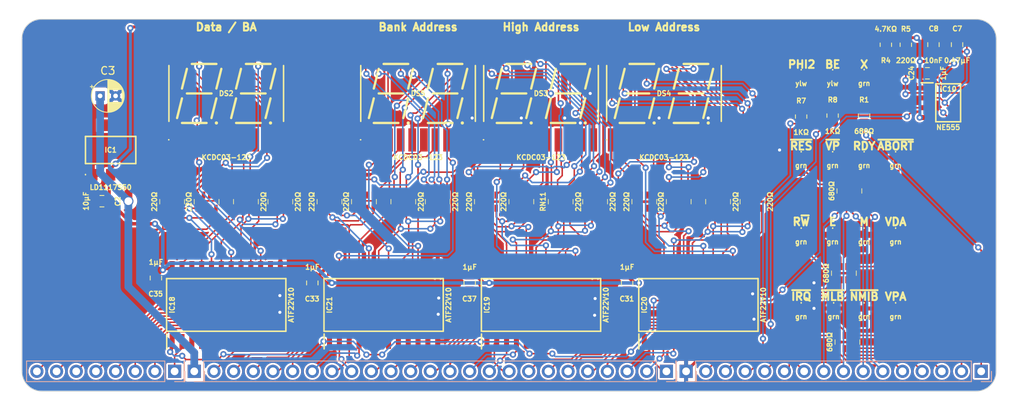
<source format=kicad_pcb>
(kicad_pcb (version 20221018) (generator pcbnew)
  (title_block (title "W65C816 Debug Display") (date "2024-02-15") (rev "V1"))
  (layers (0 "F.Cu" signal) (31 "B.Cu" signal) (34 "B.Paste" user) (35 "F.Paste" user) (36 "B.SilkS" user "B.Silkscreen") (37 "F.SilkS" user "F.Silkscreen") (38 "B.Mask" user) (39 "F.Mask" user) (44 "Edge.Cuts" user))
  (net 0 "")
  (net 1 "Net-(IC10-THRES)")
  (net 2 "Net-(IC10-CONT)")
  (net 3 "Net-(DS2-E-Seg_{(Left)})")
  (net 4 "Net-(DS2-D-Seg_{(Left)})")
  (net 5 "Net-(DS2-C-Seg_{(Left)})")
  (net 6 "Net-(DS2-E-Seg_{(Right)})")
  (net 7 "Net-(DS2-D-Seg_{(Right)})")
  (net 8 "Net-(DS2-C-Seg_{(Right)})")
  (net 9 "Net-(DS2-B-Seg_{(Right)})")
  (net 10 "Net-(DS2-A-Seg_{(Right)})")
  (net 11 "Net-(DS2-F-Seg_{(Right)})")
  (net 12 "Net-(DS2-G-Seg_{(Right)})")
  (net 13 "Net-(DS2-B-Seg_{(Left)})")
  (net 14 "Net-(DS2-A-Seg_{(Left)})")
  (net 15 "Net-(DS2-F-Seg_{(Left)})")
  (net 16 "Net-(DS2-G-Seg_{(Left)})")
  (net 17 "Net-(DS3-E-Seg_{(Left)})")
  (net 18 "Net-(DS3-D-Seg_{(Left)})")
  (net 19 "Net-(DS3-C-Seg_{(Left)})")
  (net 20 "Net-(DS3-E-Seg_{(Right)})")
  (net 21 "Net-(DS3-D-Seg_{(Right)})")
  (net 22 "Net-(DS3-C-Seg_{(Right)})")
  (net 23 "Net-(DS3-B-Seg_{(Right)})")
  (net 24 "Net-(DS3-A-Seg_{(Right)})")
  (net 25 "Net-(DS3-F-Seg_{(Right)})")
  (net 26 "Net-(DS3-G-Seg_{(Right)})")
  (net 27 "/Addr0")
  (net 28 "/Addr1")
  (net 29 "/Addr2")
  (net 30 "/Addr3")
  (net 31 "/Addr4")
  (net 32 "/Addr5")
  (net 33 "/Addr6")
  (net 34 "/Addr7")
  (net 35 "Net-(DS3-B-Seg_{(Left)})")
  (net 36 "Net-(DS3-A-Seg_{(Left)})")
  (net 37 "/R~{W}")
  (net 38 "/~{VP}")
  (net 39 "/BE")
  (net 40 "/RDY")
  (net 41 "/~{ML}")
  (net 42 "/VPA")
  (net 43 "/E")
  (net 44 "/X")
  (net 45 "Net-(DS3-F-Seg_{(Left)})")
  (net 46 "Net-(DS3-G-Seg_{(Left)})")
  (net 47 "Net-(DS4-E-Seg_{(Left)})")
  (net 48 "/PHI2")
  (net 49 "/VDA")
  (net 50 "Net-(DS4-D-Seg_{(Left)})")
  (net 51 "Net-(DS4-C-Seg_{(Left)})")
  (net 52 "Net-(DS4-E-Seg_{(Right)})")
  (net 53 "Net-(DS4-D-Seg_{(Right)})")
  (net 54 "Net-(DS4-C-Seg_{(Right)})")
  (net 55 "/300Hz")
  (net 56 "/~{LED Enable}")
  (net 57 "Net-(DS4-B-Seg_{(Right)})")
  (net 58 "Net-(DS4-A-Seg_{(Right)})")
  (net 59 "Net-(DS4-F-Seg_{(Right)})")
  (net 60 "Net-(DS4-G-Seg_{(Right)})")
  (net 61 "/Addr18")
  (net 62 "/Addr17")
  (net 63 "/Addr16")
  (net 64 "Net-(DS4-B-Seg_{(Left)})")
  (net 65 "/Data Display/Digit L0 Cathode")
  (net 66 "/Data Display/Digit R0 Cathode")
  (net 67 "/High Address Display/Digit L0 Cathode")
  (net 68 "/High Address Display/Digit R0 Cathode")
  (net 69 "/Low Address Display/Digit L0 Cathode")
  (net 70 "/Low Address Display/Digit R0 Cathode")
  (net 71 "/Bank Address Display/Digit L0 Cathode")
  (net 72 "/Bank Address Display/Digit R0 Cathode")
  (net 73 "/Data Display/Digit 0 B Seg")
  (net 74 "/Data Display/Digit 0 A Seg")
  (net 75 "/Data Display/Digit 0 C Seg")
  (net 76 "/Data Display/Digit 0 F Seg")
  (net 77 "/Data Display/Digit 0 D Seg")
  (net 78 "/Data Display/Digit 0 G Seg")
  (net 79 "/Data Display/Digit 0 E Seg")
  (net 80 "/High Address Display/Digit 0 B Seg")
  (net 81 "/High Address Display/Digit 0 A Seg")
  (net 82 "/High Address Display/Digit 0 C Seg")
  (net 83 "/High Address Display/Digit 0 F Seg")
  (net 84 "/High Address Display/Digit 0 D Seg")
  (net 85 "/High Address Display/Digit 0 G Seg")
  (net 86 "/High Address Display/Digit 0 E Seg")
  (net 87 "/Low Address Display/Digit 0 B Seg")
  (net 88 "/Low Address Display/Digit 0 A Seg")
  (net 89 "/Low Address Display/Digit 0 C Seg")
  (net 90 "/Low Address Display/Digit 0 F Seg")
  (net 91 "/Low Address Display/Digit 0 D Seg")
  (net 92 "/Low Address Display/Digit 0 G Seg")
  (net 93 "/Low Address Display/Digit 0 E Seg")
  (net 94 "/Bank Address Display/Digit 0 B Seg")
  (net 95 "/Bank Address Display/Digit 0 A Seg")
  (net 96 "/Bank Address Display/Digit 0 C Seg")
  (net 97 "/Bank Address Display/Digit 0 F Seg")
  (net 98 "/Bank Address Display/Digit 0 D Seg")
  (net 99 "/Bank Address Display/Digit 0 G Seg")
  (net 100 "/Bank Address Display/Digit 0 E Seg")
  (net 101 "Net-(LED2-Pad2)")
  (net 102 "Net-(LED3-Pad2)")
  (net 103 "Net-(LED4-Pad2)")
  (net 104 "Net-(LED5-Pad2)")
  (net 105 "Net-(LED6-Pad2)")
  (net 106 "Net-(LED7-Pad2)")
  (net 107 "Net-(LED8-Pad2)")
  (net 108 "Net-(LED9-Pad2)")
  (net 109 "Net-(LED10-Pad2)")
  (net 110 "Net-(LED11-Pad2)")
  (net 111 "Net-(LED12-Pad2)")
  (net 112 "Net-(LED13-Pad2)")
  (net 113 "Net-(LED14-Pad2)")
  (net 114 "Net-(LED15-Pad2)")
  (net 115 "/Addr23")
  (net 116 "/Addr22")
  (net 117 "/Addr21")
  (net 118 "/Addr20")
  (net 119 "/Addr19")
  (net 120 "/5V")
  (net 121 "Net-(DS4-A-Seg_{(Left)})")
  (net 122 "Net-(DS4-F-Seg_{(Left)})")
  (net 123 "Net-(DS4-G-Seg_{(Left)})")
  (net 124 "Net-(DS5-E-Seg_{(Left)})")
  (net 125 "Net-(DS5-D-Seg_{(Left)})")
  (net 126 "Net-(DS5-C-Seg_{(Left)})")
  (net 127 "Net-(DS5-E-Seg_{(Right)})")
  (net 128 "Net-(DS5-D-Seg_{(Right)})")
  (net 129 "Net-(DS5-C-Seg_{(Right)})")
  (net 130 "Net-(DS5-B-Seg_{(Right)})")
  (net 131 "Net-(DS5-A-Seg_{(Right)})")
  (net 132 "/GND")
  (net 133 "Net-(DS5-F-Seg_{(Right)})")
  (net 134 "Net-(DS5-G-Seg_{(Right)})")
  (net 135 "Net-(DS5-B-Seg_{(Left)})")
  (net 136 "Net-(DS5-A-Seg_{(Left)})")
  (net 137 "Net-(DS5-F-Seg_{(Left)})")
  (net 138 "Net-(DS5-G-Seg_{(Left)})")
  (net 139 "Net-(IC10-DISCH)")
  (net 160 "/12V")
  (net 162 "/Data0")
  (net 163 "/Data1")
  (net 164 "/Data2")
  (net 165 "/Data3")
  (net 166 "/Data4")
  (net 167 "/Data5")
  (net 168 "/Data6")
  (net 169 "/Data7")
  (net 170 "/Addr8")
  (net 171 "/Addr9")
  (net 172 "/Addr10")
  (net 173 "/Addr11")
  (net 174 "/Addr12")
  (net 175 "/Addr13")
  (net 176 "/Addr14")
  (net 177 "/Addr15")
  (net 178 "/~{RES}")
  (net 179 "/~{ABORT}")
  (net 180 "/~{IRQ}")
  (net 181 "/~{NMI}")
  (net 182 "/M")
  (net 183 "Net-(LED1-Pad2)")
  (footprint "SamacSys_Parts:CAY1647R0F4LF" (layer "F.Cu") (at 62.865 69.85 -90)
    (fp_text reference "RN4" hide)
    (fp_text value "CAY16-221J4LF" hide)
  )
  (footprint "SamacSys_Parts:150224VS73100A" (layer "F.Cu") (at 148.1455 74.9935 180)
    (fp_text reference "LED5" hide)
    (fp_text value "150224VS73100A" hide)
  )
  (footprint "SamacSys_Parts:CAY1647R0F4LF" (layer "F.Cu") (at 113.03 69.85 90)
    (fp_text reference "RN11")
    (fp_text value "CAY16-221J4LF" hide)
  )
  (footprint "SamacSys_Parts:150224VS73100A" (layer "F.Cu") (at 152.2095 65.135 180)
    (fp_text reference "LED10" hide)
    (fp_text value "150224VS73100A" hide)
  )
  (footprint "SamacSys_Parts:KCDC03123" (layer "F.Cu") (at 110.49 55.88)
    (fp_text reference "DS3")
    (fp_text value "KCDC03-123")
  )
  (footprint "SamacSys_Parts:CAY1647R0F4LF" (layer "F.Cu") (at 103.505 69.85 -90)
    (fp_text reference "RN8" hide)
    (fp_text value "CAY16-221J4LF" hide)
  )
  (footprint "SamacSys_Parts:150224VS73100A" (layer "F.Cu") (at 156.2735 65.135 180)
    (fp_text reference "LED11" hide)
    (fp_text value "150224VS73100A" hide)
  )
  (footprint "SamacSys_Parts:C_0805" (layer "F.Cu") (at 121.6025 80.3275 180)
    (fp_text reference "C31")
    (fp_text value "1μF")
  )
  (footprint "SamacSys_Parts:R_0805" (layer "F.Cu") (at 157.600621 49.5935)
    (fp_text reference "R5")
    (fp_text value "220Ω")
  )
  (footprint "SamacSys_Parts:SOIC127P600X175-8N" (layer "F.Cu") (at 163.061621 57.0865)
    (fp_text reference "IC10")
    (fp_text value "NE555DRG4" hide)
  )
  (footprint "NetTie:NetTie-2_SMD_Pad0.5mm" (layer "F.Cu") (at 58.1025 84.7725 180)
    (fp_text reference "NT1" hide)
    (fp_text value "NetTie" hide)
  )
  (footprint "SamacSys_Parts:KCDC03123" (layer "F.Cu") (at 69.85 55.88)
    (fp_text reference "DS2")
    (fp_text value "KCDC03-123")
  )
  (footprint "SamacSys_Parts:C_0805" (layer "F.Cu") (at 101.2825 80.3275 180)
    (fp_text reference "C37")
    (fp_text value "1μF")
  )
  (footprint "SamacSys_Parts:150224VS73100A" (layer "F.Cu") (at 148.1455 65.135 180)
    (fp_text reference "LED9" hide)
    (fp_text value "150224VS73100A" hide)
  )
  (footprint "SamacSys_Parts:C_0805" (layer "F.Cu") (at 164.204621 49.5935)
    (fp_text reference "C7")
    (fp_text value "0.47μF")
  )
  (footprint "SamacSys_Parts:150224VS73100A" (layer "F.Cu") (at 148.2725 84.6455 180)
    (fp_text reference "LED13" hide)
    (fp_text value "150224VS73100A" hide)
  )
  (footprint "SamacSys_Parts:CAY1647R0F4LF" (layer "F.Cu") (at 117.475 69.85 90)
    (fp_text reference "RN10" hide)
    (fp_text value "CAY16-221J4LF" hide)
  )
  (footprint "SamacSys_Parts:CAY16-J4" (layer "F.Cu") (at 150.0505 87.9475 -90)
    (fp_text reference "RN22" hide)
    (fp_text value "CAY16-681J4LF" hide)
  )
  (footprint "SamacSys_Parts:150224BS73100A" (layer "F.Cu") (at 148.1455 54.5465 180)
    (fp_text reference "LED3" hide)
    (fp_text value "150224YS73100A" hide)
  )
  (footprint "SamacSys_Parts:150224BS73100A" (layer "F.Cu") (at 144.0815 54.5465 180)
    (fp_text reference "LED2" hide)
    (fp_text value "150224YS73100A" hide)
  )
  (footprint "SamacSys_Parts:C_0805" (layer "F.Cu") (at 161.156621 49.5935)
    (fp_text reference "C8")
    (fp_text value "10nF")
  )
  (footprint "SamacSys_Parts:R_0805" (layer "F.Cu") (at 144.0815 58.8645)
    (fp_text reference "R7")
    (fp_text value "1KΩ")
  )
  (footprint "SamacSys_Parts:150224VS73100A" (layer "F.Cu") (at 144.0815 74.9935 180)
    (fp_text reference "LED4" hide)
    (fp_text value "150224VS73100A" hide)
  )
  (footprint "SamacSys_Parts:KCDC03123" (layer "F.Cu") (at 94.615 55.88)
    (fp_text reference "DS5")
    (fp_text value "KCDC03-123")
  )
  (footprint "SamacSys_Parts:CAY16-J4" (layer "F.Cu") (at 149.5933 79.0575 -90)
    (fp_text reference "RN20" hide)
    (fp_text value "CAY16-681J4LF" hide)
  )
  (footprint "SamacSys_Parts:SOIC127P1032X265-24N" (layer "F.Cu") (at 90.17 83.185 90)
    (fp_text reference "IC21")
    (fp_text value "ATF22V10C-10SU" hide)
  )
  (footprint "SamacSys_Parts:LD1117S33C" (layer "F.Cu") (at 54.9275 63.1825)
    (fp_text reference "IC1")
    (fp_text value "LD1117S50C" hide)
  )
  (footprint "SamacSys_Parts:C_0805" (layer "F.Cu") (at 80.9625 80.3275 180)
    (fp_text reference "C33")
    (fp_text value "1μF")
  )
  (footprint "SamacSys_Parts:150224VS73100A" (layer "F.Cu") (at 152.2095 74.9935 180)
    (fp_text reference "LED6" hide)
    (fp_text value "150224VS73100A" hide)
  )
  (footprint "SamacSys_Parts:SOIC127P1032X265-24N" (layer "F.Cu") (at 110.49 83.185 90)
    (fp_text reference "IC19")
    (fp_text value "ATF22V10C-10SU" hide)
  )
  (footprint "SamacSys_Parts:150224VS73100A" (layer "F.Cu") (at 144.0815 84.6455 180)
    (fp_text reference "LED12" hide)
    (fp_text value "150224VS73100A" hide)
  )
  (footprint "SamacSys_Parts:CAY1647R0F4LF" (layer "F.Cu") (at 107.95 69.85 -90)
    (fp_text reference "RN9" hide)
    (fp_text value "CAY16-221J4LF" hide)
  )
  (footprint "SamacSys_Parts:CAY1647R0F4LF" (layer "F.Cu") (at 97.155 69.85 90)
    (fp_text reference "RN18" hide)
    (fp_text value "CAY16-221J4LF" hide)
  )
  (footprint "SamacSys_Parts:R_0805" (layer "F.Cu") (at 148.1455 58.7375)
    (fp_text reference "R8")
    (fp_text value "1KΩ")
  )
  (footprint "SamacSys_Parts:CAY1647R0F4LF" (layer "F.Cu") (at 83.185 69.85 -90)
    (fp_text reference "RN16" hide)
    (fp_text value "CAY16-221J4LF" hide)
  )
  (footprint "SamacSys_Parts:R_0805" (layer "F.Cu") (at 152.2095 58.7375)
    (fp_text reference "R1")
    (fp_text value "680Ω")
  )
  (footprint "SamacSys_Parts:CAY16-J4" (layer "F.Cu") (at 150.3045 68.4403 -90)
    (fp_text reference "RN21" hide)
    (fp_text value "CAY16-681J4LF" hide)
  )
  (footprint "SamacSys_Parts:150224VS73100A" (layer "F.Cu") (at 152.2095 54.5305 180)
    (fp_text reference "LED1" hide)
    (fp_text value "150224VS73100A" hide)
  )
  (footprint "SamacSys_Parts:CAY1647R0F4LF" (layer "F.Cu") (at 133.35 69.85 90)
    (fp_text reference "RN15" hide)
    (fp_text value "CAY16-221J4LF" hide)
  )
  (footprint "SamacSys_Parts:CAY1647R0F4LF" (layer "F.Cu") (at 128.27 69.85 -90)
    (fp_text reference "RN13" hide)
    (fp_text value "CAY16-221J4LF" hide)
  )
  (footprint "SamacSys_Parts:CAY1647R0F4LF" (layer "F.Cu") (at 87.63 69.85 -90)
    (fp_text reference "RN17" hide)
    (fp_text value "CAY16-221J4LF" hide)
  )
  (footprint "SamacSys_Parts:R_0805" (layer "F.Cu") (at 155.0035 49.5935 180)
    (fp_text reference "R4")
    (fp_text value "4.7KΩ")
  )
  (footprint "SamacSys_Parts:CAY1647R0F4LF" (layer "F.Cu") (at 92.71 69.85 90)
    (fp_text reference "RN19" hide)
    (fp_text value "CAY16-221J4LF" hide)
  )
  (footprint "SamacSys_Parts:150224VS73100A" (layer "F.Cu") (at 156.2735 84.6455 180)
    (fp_text reference "LED15" hide)
    (fp_text value "150224VS73100A" hide)
  )
  (footprint "SamacSys_Parts:150224VS73100A" (layer "F.Cu") (at 156.2735 74.9935 180)
    (fp_text reference "LED7" hide)
    (fp_text value "150224VS73100A" hide)
  )
  (footprint "SamacSys_Parts:150224VS73100A" (layer "F.Cu") (at 144.0815 65.135 180)
    (fp_text reference "LED8" hide)
    (fp_text value "150224VS73100A" hide)
  )
  (footprint "SamacSys_Parts:CAY1647R0F4LF" (layer "F.Cu") (at 123.825 69.85 -90)
    (fp_text reference "RN12" hide)
    (fp_text value "CAY16-221J4LF" hide)
  )
  (footprint "SamacSys_Parts:CAY1647R0F4LF" (layer "F.Cu") (at 67.315 69.85 -90)
    (fp_text reference "RN5" hide)
    (fp_text value "CAY16-221J4LF" hide)
  )
  (footprint "SamacSys_Parts:CAY1647R0F4LF" (layer "F.Cu") (at 137.795 69.85 90)
    (fp_text reference "RN14" hide)
    (fp_text value "CAY16-221J4LF" hide)
  )
  (footprint "SamacSys_Parts:SOIC127P1032X265-24N" (layer "F.Cu") (at 130.81 83.185 90)
    (fp_text reference "IC20")
    (fp_text value "ATF22V10C-10SU" hide)
  )
  (footprint "SamacSys_Parts:C_0805" (layer "F.Cu") (at 160.394621 53.2765 90)
    (fp_text reference "C24")
    (fp_text value "1µF")
  )
  (footprint "SamacSys_Parts:CAY1647R0F4LF" (layer "F.Cu") (at 72.39 69.85 90)
    (fp_text reference "RN6" hide)
    (fp_text value "CAY16-221J4LF" hide)
  )
  (footprint "SamacSys_Parts:C_0805" (layer "F.Cu") (at 53.7845 69.7865 -90)
    (fp_text reference "C2")
    (fp_text value "10µF")
  )
  (footprint "SamacSys_Parts:SOIC127P1032X265-24N" (layer "F.Cu") (at 69.85 83.185 90)
    (fp_text reference "IC18")
    (fp_text value "ATF22V10C-10SU" hide)
  )
  (footprint "SamacSys_Parts:150224VS73100A" (layer "F.Cu") (at 152.2095 84.6455 180)
    (fp_text reference "LED14" hide)
    (fp_text value "150224VS73100A" hide)
  )
  (footprint "SamacSys_Parts:C_0805" (layer "F.Cu") (at 60.7695 79.6925 180)
    (fp_text reference "C35")
    (fp_text value "1μF")
  )
  (footprint "Capacitor_THT:CP_Radial_D4.0mm_P2.00mm" (layer "F.Cu") (at 53.5625 56.1975)
    (fp_text reference "C3")
    (fp_text value "C_Polarized")
  )
  (footprint "SamacSys_Parts:CAY1647R0F4LF" (layer "F.Cu") (at 76.835 69.85 90)
    (fp_text reference "RN7" hide)
    (fp_text value "CAY16-221J4LF" hide)
  )
  (footprint "SamacSys_Parts:KCDC03123" (layer "F.Cu") (at 126.365 55.88)
    (fp_text reference "DS4")
    (fp_text value "KCDC03-123")
  )
  (footprint "Connector_PinHeader_2.54mm:PinHeader_1x15_P2.54mm_Vertical" (layer "B.Cu") (at 167.3225 91.7575 90)
    (fp_text reference "J3" hide)
    (fp_text value "Conn_01x14_Pin")
  )
  (footprint "Connector_PinHeader_2.54mm:PinHeader_1x01_P2.54mm_Vertical" (layer "B.Cu") (at 65.7225 91.7575 90)
    (fp_text reference "J4" hide)
    (fp_text value "Conn_01x01_Pin")
  )
  (footprint "Connector_PinHeader_2.54mm:PinHeader_1x01_P2.54mm_Vertical" (layer "B.Cu") (at 129.2225 91.7575 90)
    (fp_text reference "J5" hide)
    (fp_text value "Conn_01x01_Pin")
  )
  (footprint "Connector_PinHeader_2.54mm:PinHeader_1x24_P2.54mm_Vertical" (layer "B.Cu") (at 126.6825 91.7575 90)
    (fp_text reference "J1" hide)
    (fp_text value "Conn_01x24_Pin")
  )
  (footprint "Connector_PinHeader_2.54mm:PinHeader_1x08_P2.54mm_Vertical" (layer "B.Cu") (at 63.1825 91.7575 90)
    (fp_text reference "J2" hide)
    (fp_text value "Conn_01x08_Pin")
  )
  (gr_line (start 43.474585 91.7575) (end 43.474585 48.7807) (stroke (width 0.1)) (layer "Edge.Cuts"))
  (gr_arc (start 166.710415 46.3042) (mid 168.522655 47.054867) (end 169.27333 48.867115) (stroke (width 0.1)) (layer "Edge.Cuts"))
  (gr_arc (start 169.250415 91.7575) (mid 168.499754 93.569749) (end 166.6875 94.320415) (stroke (width 0.1)) (layer "Edge.Cuts"))
  (gr_arc (start 43.474585 48.7807) (mid 44.199934 47.029545) (end 45.951085 46.3042) (stroke (width 0.1)) (layer "Edge.Cuts"))
  (gr_line (start 45.951085 46.3042) (end 166.710415 46.3042) (stroke (width 0.1)) (layer "Edge.Cuts"))
  (gr_arc (start 46.0375 94.320415) (mid 44.225236 93.56976) (end 43.474585 91.7575) (stroke (width 0.1)) (layer "Edge.Cuts"))
  (gr_line (start 169.27333 48.867115) (end 169.250415 91.7575) (stroke (width 0.1)) (layer "Edge.Cuts"))
  (gr_line (start 166.6875 94.320415) (end 46.0375 94.320415) (stroke (width 0.1)) (layer "Edge.Cuts"))
  (gr_text "~{NMIB}" (at 152.2095 82.1055) (layer "F.SilkS") (effects (font (size 1 1) (thickness 0.25))))
  (gr_text "E" (at 148.1455 72.4535) (layer "F.SilkS") (effects (font (size 1 1) (thickness 0.25))))
  (gr_text "~{ABORT}" (at 156.2735 62.6745) (layer "F.SilkS") (effects (font (size 1 1) (thickness 0.25))))
  (gr_text "~{MLB}" (at 148.1455 82.1055) (layer "F.SilkS") (effects (font (size 1 1) (thickness 0.25))))
  (gr_text "~{VP}" (at 148.1455 62.6745) (layer "F.SilkS") (effects (font (size 1 1) (thickness 0.25))))
  (gr_text "PHI2" (at 144.145 52.1335) (layer "F.SilkS") (effects (font (size 1 1) (thickness 0.25))))
  (gr_text "VDA" (at 156.2735 72.4535) (layer "F.SilkS") (effects (font (size 1 1) (thickness 0.25))))
  (gr_text "R~{W}" (at 144.0815 72.4535) (layer "F.SilkS") (effects (font (size 1 1) (thickness 0.25))))
  (gr_text "Low Address" (at 126.365 47.3075) (layer "F.SilkS") (effects (font (size 1 1) (thickness 0.25))))
  (gr_text "BE" (at 148.1455 52.1335) (layer "F.SilkS") (effects (font (size 1 1) (thickness 0.25))))
  (gr_text "High Address" (at 110.49 47.3075) (layer "F.SilkS") (effects (font (size 1 1) (thickness 0.25))))
  (gr_text "~{RES}" (at 144.0815 62.6745) (layer "F.SilkS") (effects (font (size 1 1) (thickness 0.25))))
  (gr_text "RDY" (at 152.2095 62.6745) (layer "F.SilkS") (effects (font (size 1 1) (thickness 0.25))))
  (gr_text "Data / BA" (at 69.85 47.3075) (layer "F.SilkS") (effects (font (size 1 1) (thickness 0.25))))
  (gr_text "X" (at 152.2095 52.1335) (layer "F.SilkS") (effects (font (size 1 1) (thickness 0.25))))
  (gr_text "Bank Address" (at 94.615 47.3075) (layer "F.SilkS") (effects (font (size 1 1) (thickness 0.25))))
  (gr_text "M" (at 152.2095 72.4535) (layer "F.SilkS") (effects (font (size 1 1) (thickness 0.25))))
  (gr_text "~{IRQ}" (at 144.0815 82.1055) (layer "F.SilkS") (effects (font (size 1 1) (thickness 0.25))))
  (gr_text "VPA" (at 156.2735 82.1055) (layer "F.SilkS") (effects (font (size 1 1) (thickness 0.25))))
  (segment (start 165.786621 57.7215) (end 163.270379 57.7215) (width 0.2) (layer "F.Cu") (net 1))
  (segment (start 165.474621 48.394683) (end 165.474621 50.4825) (width 0.2) (layer "F.Cu") (net 1))
  (segment (start 155.867 47.8275) (end 164.907438 47.8275) (width 0.2) (layer "F.Cu") (net 1))
  (segment (start 164.249621 50.4825) (end 165.474621 50.4825) (width 0.2) (layer "F.Cu") (net 1))
  (segment (start 164.907438 47.8275) (end 165.474621 48.394683) (width 0.2) (layer "F.Cu") (net 1))
  (segment (start 155.0135 48.681) (end 155.867 47.8275) (width 0.2) (layer "F.Cu") (net 1))
  (segment (start 160.336621 56.4515) (end 162.000379 56.4515) (width 0.2) (layer "F.Cu") (net 1))
  (segment (start 162.000379 56.4515) (end 162.618621 57.069742) (width 0.2) (layer "F.Cu") (net 1))
  (segment (start 163.270379 57.7215) (end 162.618621 57.069742) (width 0.2) (layer "F.Cu") (net 1))
  (via (at 165.474621 50.4825) (size 0.8) (drill 0.4) (layers "F.Cu" "B.Cu") (net 1))
  (via (at 162.618621 57.069742) (size 0.8) (drill 0.4) (layers "F.Cu" "B.Cu") (net 1))
  (segment (start 165.474621 54.213742) (end 165.474621 50.4825) (width 0.2) (layer "B.Cu") (net 1))
  (segment (start 162.618621 57.069742) (end 165.474621 54.213742) (width 0.2) (layer "B.Cu") (net 1))
  (segment (start 163.061621 58.9915) (end 162.426621 58.3565) (width 0.2) (layer "F.Cu") (net 2))
  (segment (start 163.188621 52.0065) (end 163.823621 52.0065) (width 0.2) (layer "F.Cu") (net 2))
  (segment (start 165.786621 58.9915) (end 163.061621 58.9915) (width 0.2) (layer "F.Cu") (net 2))
  (segment (start 161.709621 50.5275) (end 163.188621 52.0065) (width 0.2) (layer "F.Cu") (net 2))
  (via (at 162.426621 58.3565) (size 0.8) (drill 0.4) (layers "F.Cu" "B.Cu") (net 2))
  (via (at 163.823621 52.0065) (size 0.8) (drill 0.4) (layers "F.Cu" "B.Cu") (net 2))
  (segment (start 161.918621 57.8485) (end 161.918621 53.9115) (width 0.2) (layer "B.Cu") (net 2))
  (segment (start 161.918621 53.9115) (end 163.823621 52.0065) (width 0.2) (layer "B.Cu") (net 2))
  (segment (start 162.426621 58.3565) (end 161.918621 57.8485) (width 0.2) (layer "B.Cu") (net 2))
  (segment (start 63.1 61.88) (end 61.665 63.315) (width 0.2) (layer "F.Cu") (net 3))
  (segment (start 61.665 63.315) (end 61.665 69) (width 0.2) (layer "F.Cu") (net 3))
  (segment (start 62.465 65.015) (end 64.6 62.88) (width 0.2) (layer "F.Cu") (net 4))
  (segment (start 62.465 69) (end 62.465 65.015) (width 0.2) (layer "F.Cu") (net 4))
  (segment (start 67.6 65.465) (end 64.065 69) (width 0.2) (layer "F.Cu") (net 5))
  (segment (start 67.6 61.88) (end 67.6 65.465) (width 0.2) (layer "F.Cu") (net 5))
  (segment (start 70.6 61.88) (end 70.6 66.915) (width 0.2) (layer "F.Cu") (net 6))
  (segment (start 70.6 66.915) (end 68.515 69) (width 0.2) (layer "F.Cu") (net 6))
  (segment (start 70.1485 68.5355) (end 70.1485 68.121242) (width 0.2) (layer "F.Cu") (net 7))
  (segment (start 66.915 69) (end 66.915 69.65) (width 0.2) (layer "F.Cu") (net 7))
  (segment (start 68.934489 69.749511) (end 70.1485 68.5355) (width 0.2) (layer "F.Cu") (net 7))
  (segment (start 72.1 66.169742) (end 72.1 61.88) (width 0.2) (layer "F.Cu") (net 7))
  (segment (start 70.1485 68.121242) (end 72.1 66.169742) (width 0.2) (layer "F.Cu") (net 7))
  (segment (start 67.014511 69.749511) (end 68.934489 69.749511) (width 0.2) (layer "F.Cu") (net 7))
  (segment (start 66.915 69.65) (end 67.014511 69.749511) (width 0.2) (layer "F.Cu") (net 7))
  (segment (start 66.115 69) (end 66.115 68.35) (width 0.2) (layer "F.Cu") (net 8))
  (segment (start 69.6315 64.8335) (end 69.7865 64.8335) (width 0.2) (layer "F.Cu") (net 8))
  (segment (start 66.115 68.35) (end 69.6315 64.8335) (width 0.2) (layer "F.Cu") (net 8))
  (segment (start 75.1 61.88) (end 75.1 64.178) (width 0.2) (layer "F.Cu") (net 8))
  (segment (start 75.1 64.178) (end 75.1205 64.1985) (width 0.2) (layer "F.Cu") (net 8))
  (via (at 75.1205 64.1985) (size 0.8) (drill 0.4) (layers "F.Cu" "B.Cu") (net 8))
  (via (at 69.7865 64.8335) (size 0.8) (drill 0.4) (layers "F.Cu" "B.Cu") (net 8))
  (segment (start 75.1205 64.1985) (end 74.002538 65.316462) (width 0.2) (layer "B.Cu") (net 8))
  (segment (start 70.269462 65.316462) (end 69.7865 64.8335) (width 0.2) (layer "B.Cu") (net 8))
  (segment (start 74.002538 65.316462) (end 70.269462 65.316462) (width 0.2) (layer "B.Cu") (net 8))
  (segment (start 78.035 67.38) (end 80.3275 65.0875) (width 0.2) (layer "F.Cu") (net 9))
  (segment (start 80.3275 58.7375) (end 76.6 55.01) (width 0.2) (layer "F.Cu") (net 9))
  (segment (start 80.3275 65.0875) (end 80.3275 58.7375) (width 0.2) (layer "F.Cu") (net 9))
  (segment (start 78.035 69) (end 78.035 67.38) (width 0.2) (layer "F.Cu") (net 9))
  (segment (start 76.6 55.01) (end 76.6 49.88) (width 0.2) (layer "F.Cu") (net 9))
  (segment (start 79.927989 58.902984) (end 75.1 54.074994) (width 0.2) (layer "F.Cu") (net 10))
  (segment (start 77.235 67.545) (end 79.927989 64.852011) (width 0.2) (layer "F.Cu") (net 10))
  (segment (start 75.1 54.074994) (end 75.1 49.88) (width 0.2) (layer "F.Cu") (net 10))
  (segment (start 77.235 69) (end 77.235 67.545) (width 0.2) (layer "F.Cu") (net 10))
  (segment (start 79.927989 64.852011) (end 79.927989 58.902984) (width 0.2) (layer "F.Cu") (net 10))
  (segment (start 76.435 67.622371) (end 79.528478 64.528893) (width 0.2) (layer "F.Cu") (net 11))
  (segment (start 79.528478 64.528893) (end 79.528478 59.208478) (width 0.2) (layer "F.Cu") (net 11))
  (segment (start 76.435 69) (end 76.435 67.622371) (width 0.2) (layer "F.Cu") (net 11))
  (segment (start 79.528478 59.208478) (end 72.1 51.78) (width 0.2) (layer "F.Cu") (net 11))
  (segment (start 72.1 51.78) (end 72.1 49.88) (width 0.2) (layer "F.Cu") (net 11))
  (segment (start 75.635 69) (end 75.635 67.769749) (width 0.2) (layer "F.Cu") (net 12))
  (segment (start 79.055719 59.476726) (end 77.670949 58.091956) (width 0.2) (layer "F.Cu") (net 12))
  (segment (start 77.670949 57.950949) (end 70.6 50.88) (width 0.2) (layer "F.Cu") (net 12))
  (segment (start 79.055719 64.34903) (end 79.055719 59.476726) (width 0.2) (layer "F.Cu") (net 12))
  (segment (start 77.670949 58.091956) (end 77.670949 57.950949) (width 0.2) (layer "F.Cu") (net 12))
  (segment (start 75.635 67.769749) (end 79.055719 64.34903) (width 0.2) (layer "F.Cu") (net 12))
  (segment (start 75.666957 66.685543) (end 76.143297 66.685543) (width 0.2) (layer "F.Cu") (net 13))
  (segment (start 76.143297 66.685543) (end 78.598043 64.230797) (width 0.2) (layer "F.Cu") (net 13))
  (segment (start 74.012967 54.998967) (end 73.218968 54.998968) (width 0.2) (layer "F.Cu") (net 13))
  (segment (start 73.59 68.7625) (end 75.666957 66.685543) (width 0.2) (layer "F.Cu") (net 13))
  (segment (start 78.598043 64.230797) (end 78.598041 59.584037) (width 0.2) (layer "F.Cu") (net 13))
  (segment (start 78.598041 59.584037) (end 74.012967 54.998967) (width 0.2) (layer "F.Cu") (net 13))
  (segment (start 73.218968 54.998968) (end 69.1 50.88) (width 0.2) (layer "F.Cu") (net 13))
  (segment (start 78.198532 64.010468) (end 78.198531 59.749521) (width 0.2) (layer "F.Cu") (net 14))
  (segment (start 78.198531 59.749521) (end 73.847486 55.398478) (width 0.2) (layer "F.Cu") (net 14))
  (segment (start 74.853968 66.286032) (end 75.922968 66.286032) (width 0.2) (layer "F.Cu") (net 14))
  (segment (start 72.79 68.35) (end 74.853968 66.286032) (width 0.2) (layer "F.Cu") (net 14))
  (segment (start 72.79 69) (end 72.79 68.35) (width 0.2) (layer "F.Cu") (net 14))
  (segment (start 75.922968 66.286032) (end 78.198532 64.010468) (width 0.2) (layer "F.Cu") (net 14))
  (segment (start 72.118478 55.398478) (end 67.6 50.88) (width 0.2) (layer "F.Cu") (net 14))
  (segment (start 73.847486 55.398478) (end 72.118478 55.398478) (width 0.2) (layer "F.Cu") (net 14))
  (segment (start 71.99 69) (end 71.99 68.522486) (width 0.2) (layer "F.Cu") (net 15))
  (segment (start 71.99 68.522486) (end 74.625965 65.886521) (width 0.2) (layer "F.Cu") (net 15))
  (segment (start 64.6 51.9) (end 64.6 49.88) (width 0.2) (layer "F.Cu") (net 15))
  (segment (start 73.682004 55.797989) (end 68.497989 55.797989) (width 0.2) (layer "F.Cu") (net 15))
  (segment (start 77.799021 63.844986) (end 77.799021 59.915005) (width 0.2) (layer "F.Cu") (net 15))
  (segment (start 75.757486 65.886521) (end 77.799021 63.844986) (width 0.2) (layer "F.Cu") (net 15))
  (segment (start 74.625965 65.886521) (end 75.757486 65.886521) (width 0.2) (layer "F.Cu") (net 15))
  (segment (start 68.497989 55.797989) (end 64.6 51.9) (width 0.2) (layer "F.Cu") (net 15))
  (segment (start 77.799021 59.915005) (end 73.682004 55.797989) (width 0.2) (layer "F.Cu") (net 15))
  (segment (start 77.399511 63.570489) (end 75.48299 65.48701) (width 0.2) (layer "F.Cu") (net 16))
  (segment (start 67.7175 56.1975) (end 73.516522 56.1975) (width 0.2) (layer "F.Cu") (net 16))
  (segment (start 75.48299 65.48701) (end 74.460483 65.48701) (width 0.2) (layer "F.Cu") (net 16))
  (segment (start 73.516522 56.1975) (end 77.399511 60.080489) (width 0.2) (layer "F.Cu") (net 16))
  (segment (start 71.19 68.439994) (end 71.19 69) (width 0.2) (layer "F.Cu") (net 16))
  (segment (start 74.460483 65.48701) (end 72.065993 67.8815) (width 0.2) (layer "F.Cu") (net 16))
  (segment (start 77.399511 60.080489) (end 77.399511 63.570489) (width 0.2) (layer "F.Cu") (net 16))
  (segment (start 72.065993 67.8815) (end 71.748494 67.8815) (width 0.2) (layer "F.Cu") (net 16))
  (segment (start 71.748494 67.8815) (end 71.19 68.439994) (width 0.2) (layer "F.Cu") (net 16))
  (segment (start 63.1 49.88) (end 63.1 51.58) (width 0.2) (layer "F.Cu") (net 16))
  (segment (start 63.1 51.58) (end 67.7175 56.1975) (width 0.2) (layer "F.Cu") (net 16))
  (segment (start 102.305 69) (end 102.305 65.335) (width 0.2) (layer "F.Cu") (net 17))
  (segment (start 103.74 63.9) (end 103.74 61.88) (width 0.2) (layer "F.Cu") (net 17))
  (segment (start 102.305 65.335) (end 103.74 63.9) (width 0.2) (layer "F.Cu") (net 17))
  (segment (start 105.24 65.855755) (end 105.24 61.88) (width 0.2) (layer "F.Cu") (net 18))
  (segment (start 103.105 67.990755) (end 105.24 65.855755) (width 0.2) (layer "F.Cu") (net 18))
  (segment (start 103.105 69) (end 103.105 67.990755) (width 0.2) (layer "F.Cu") (net 18))
  (segment (start 104.705 69) (end 108.24 65.465) (width 0.2) (layer "F.Cu") (net 19))
  (segment (start 108.24 65.465) (end 108.24 61.88) (width 0.2) (layer "F.Cu") (net 19))
  (segment (start 110.72549 67.42451) (end 110.72549 62.39451) (width 0.2) (layer "F.Cu") (net 20))
  (segment (start 110.72549 62.39451) (end 111.24 61.88) (width 0.2) (layer "F.Cu") (net 20))
  (segment (start 109.15 69) (end 110.72549 67.42451) (width 0.2) (layer "F.Cu") (net 20))
  (segment (start 107.55 68.35) (end 109.855 66.045) (width 0.2) (layer "F.Cu") (net 21))
  (segment (start 112.500405 62.119595) (end 112.500405 65.994899) (width 0.2) (layer "F.Cu") (net 21))
  (segment (start 112.500405 65.994899) (end 112.5295 66.023994) (width 0.2) (layer "F.Cu") (net 21))
  (segment (start 109.855 66.045) (end 109.855 66.04) (width 0.2) (layer "F.Cu") (net 21))
  (segment (start 107.55 69) (end 107.55 68.35) (width 0.2) (layer "F.Cu") (net 21))
  (via (at 109.855 66.04) (size 0.8) (drill 0.4) (layers "F.Cu" "B.Cu") (net 21))
  (via (at 112.5295 66.023994) (size 0.8) (drill 0.4) (layers "F.Cu" "B.Cu") (net 21))
  (segment (start 109.855 66.04) (end 112.513494 66.04) (width 0.2) (layer "B.Cu") (net 21))
  (segment (start 112.513494 66.04) (end 112.5295 66.023994) (width 0.2) (layer "B.Cu") (net 21))
  (segment (start 106.75 68.160757) (end 108.442364 66.468393) (width 0.2) (layer "F.Cu") (net 22))
  (segment (start 115.74 61.88) (end 115.74 65.732473) (width 0.2) (layer "F.Cu") (net 22))
  (segment (start 115.74 65.732473) (end 115.5055 65.966973) (width 0.2) (layer "F.Cu") (net 22))
  (segment (start 106.75 69) (end 106.75 68.160757) (width 0.2) (layer "F.Cu") (net 22))
  (via (at 115.5055 65.966973) (size 0.8) (drill 0.4) (layers "F.Cu" "B.Cu") (net 22))
  (via (at 108.442364 66.468393) (size 0.8) (drill 0.4) (layers "F.Cu" "B.Cu") (net 22))
  (segment (start 109.348472 67.374501) (end 114.097972 67.374501) (width 0.2) (layer "B.Cu") (net 22))
  (segment (start 114.097972 67.374501) (end 115.5055 65.966973) (width 0.2) (layer "B.Cu") (net 22))
  (segment (start 108.442364 66.468393) (end 109.348472 67.374501) (width 0.2) (layer "B.Cu") (net 22))
  (segment (start 114.23 69) (end 114.23 68.35) (width 0.2) (layer "F.Cu") (net 23))
  (segment (start 114.23 68.35) (end 116.205 66.375) (width 0.2) (layer "F.Cu") (net 23))
  (segment (start 118.039511 63.570489) (end 118.039511 51.679511) (width 0.2) (layer "F.Cu") (net 23))
  (segment (start 118.039511 51.679511) (end 117.24 50.88) (width 0.2) (layer "F.Cu") (net 23))
  (segment (start 116.205 66.375) (end 116.205 65.405) (width 0.2) (layer "F.Cu") (net 23))
  (segment (start 116.205 65.405) (end 118.039511 63.570489) (width 0.2) (layer "F.Cu") (net 23))
  (segment (start 115.74 49.88) (end 115.74 57.629369) (width 0.2) (layer "F.Cu") (net 24))
  (segment (start 113.43 69) (end 113.43 68.35) (width 0.2) (layer "F.Cu") (net 24))
  (segment (start 114.788468 66.991532) (end 114.788468 65.270647) (width 0.2) (layer "F.Cu") (net 24))
  (segment (start 113.43 68.35) (end 114.788468 66.991532) (width 0.2) (layer "F.Cu") (net 24))
  (segment (start 115.74 57.629369) (end 114.944435 58.424934) (width 0.2) (layer "F.Cu") (net 24))
  (via (at 114.788468 65.270647) (size 0.8) (drill 0.4) (layers "F.Cu" "B.Cu") (net 24))
  (via (at 114.944435 58.424934) (size 0.8) (drill 0.4) (layers "F.Cu" "B.Cu") (net 24))
  (segment (start 116.269501 59.400256) (end 115.294179 58.424934) (width 0.2) (layer "B.Cu") (net 24))
  (segment (start 114.788468 65.270647) (end 116.269501 63.789614) (width 0.2) (layer "B.Cu") (net 24))
  (segment (start 115.294179 58.424934) (end 114.944435 58.424934) (width 0.2) (layer "B.Cu") (net 24))
  (segment (start 116.269501 63.789614) (end 116.269501 59.400256) (width 0.2) (layer "B.Cu") (net 24))
  (segment (start 113.102134 64.411708) (end 113.199906 64.313936) (width 0.2) (layer "F.Cu") (net 25))
  (segment (start 112.63 69) (end 112.63 67.075) (width 0.2) (layer "F.Cu") (net 25))
  (segment (start 113.229806 66.475194) (end 113.229806 65.529429) (width 0.2) (layer "F.Cu") (net 25))
  (segment (start 112.63 67.075) (end 113.229806 66.475194) (width 0.2) (layer "F.Cu") (net 25))
  (segment (start 113.03 57.15) (end 112.74 56.86) (width 0.2) (layer "F.Cu") (net 25))
  (segment (start 112.74 56.86) (end 112.74 49.88) (width 0.2) (layer "F.Cu") (net 25))
  (segment (start 113.229806 65.529429) (end 113.102134 65.401757) (width 0.2) (layer "F.Cu") (net 25))
  (segment (start 113.102134 65.401757) (end 113.102134 64.411708) (width 0.2) (layer "F.Cu") (net 25))
  (via (at 113.199906 64.313936) (size 0.8) (drill 0.4) (layers "F.Cu" "B.Cu") (net 25))
  (via (at 113.03 57.15) (size 0.8) (drill 0.4) (layers "F.Cu" "B.Cu") (net 25))
  (segment (start 112.840999 59.344744) (end 113.03 59.533745) (width 0.2) (layer "B.Cu") (net 25))
  (segment (start 113.03 59.533745) (end 113.03 64.14403) (width 0.2) (layer "B.Cu") (net 25))
  (segment (start 113.03 64.14403) (end 113.199906 64.313936) (width 0.2) (layer "B.Cu") (net 25))
  (segment (start 113.03 57.15) (end 113.03 58.576255) (width 0.2) (layer "B.Cu") (net 25))
  (segment (start 113.03 58.576255) (end 112.840999 58.765256) (width 0.2) (layer "B.Cu") (net 25))
  (segment (start 112.840999 58.765256) (end 112.840999 59.344744) (width 0.2) (layer "B.Cu") (net 25))
  (segment (start 111.83 69) (end 111.83 64.84) (width 0.2) (layer "F.Cu") (net 26))
  (segment (start 111.125 55.245) (end 111.125 49.995) (width 0.2) (layer "F.Cu") (net 26))
  (segment (start 111.76 55.88) (end 111.125 55.245) (width 0.2) (layer "F.Cu") (net 26))
  (segment (start 111.83 64.84) (end 111.76 64.77) (width 0.2) (layer "F.Cu") (net 26))
  (via (at 111.76 55.88) (size 0.8) (drill 0.4) (layers "F.Cu" "B.Cu") (net 26))
  (via (at 111.76 64.77) (size 0.8) (drill 0.4) (layers "F.Cu" "B.Cu") (net 26))
  (segment (start 111.76 64.77) (end 111.76 55.88) (width 0.2) (layer "B.Cu") (net 26))
  (segment (start 124.9665 90.472975) (end 126.251025 91.7575) (width 0.2) (layer "F.Cu") (net 27))
  (segment (start 124.9665 88.0255) (end 124.9665 90.472975) (width 0.2) (layer "F.Cu") (net 27))
  (segment (start 126.3015 89.598498) (end 125.7935 90.106498) (width 0.2) (layer "F.Cu") (net 28))
  (segment (start 126.3015 87.9605) (end 126.3015 89.598498) (width 0.2) (layer "F.Cu") (net 28))
  (via (at 125.7935 90.106498) (size 0.8) (drill 0.4) (layers "F.Cu" "B.Cu") (net 28))
  (segment (start 124.1425 91.7575) (end 125.7935 90.106498) (width 0.2) (layer "B.Cu") (net 28))
  (segment (start 127.635 89.408) (end 127.5715 89.4715) (width 0.2) (layer "F.Cu") (net 29))
  (segment (start 127.635 87.897) (end 127.635 89.408) (width 0.2) (layer "F.Cu") (net 29))
  (via (at 127.5715 89.4715) (size 0.8) (drill 0.4) (layers "F.Cu" "B.Cu") (net 29))
  (segment (start 121.6025 91.7575) (end 124.0075 89.3525) (width 0.2) (layer "B.Cu") (net 29))
  (segment (start 124.0075 89.3525) (end 127.4525 89.3525) (width 0.2) (layer "B.Cu") (net 29))
  (segment (start 127.4525 89.3525) (end 127.5715 89.4715) (width 0.2) (layer "B.Cu") (net 29))
  (segment (start 119.0625 90.772) (end 123.2 86.6345) (width 0.2) (layer "F.Cu") (net 30))
  (segment (start 119.0625 91.7575) (end 119.0625 90.772) (width 0.2) (layer "F.Cu") (net 30))
  (segment (start 128.2065 86.6345) (end 128.905 87.333) (width 0.2) (layer "F.Cu") (net 30))
  (segment (start 123.2 86.6345) (end 128.2065 86.6345) (width 0.2) (layer "F.Cu") (net 30))
  (segment (start 117.203558 91.7575) (end 122.726558 86.2345) (width 0.2) (layer "F.Cu") (net 31))
  (segment (start 129.15 86.2345) (end 130.175 87.2595) (width 0.2) (layer "F.Cu") (net 31))
  (segment (start 122.726558 86.2345) (end 129.15 86.2345) (width 0.2) (layer "F.Cu") (net 31))
  (segment (start 118.435872 89.9595) (end 122.560872 85.8345) (width 0.2) (layer "F.Cu") (net 32))
  (segment (start 115.7805 89.9595) (end 118.435872 89.9595) (width 0.2) (layer "F.Cu") (net 32))
  (segment (start 130.02 85.8345) (end 131.445 87.2595) (width 0.2) (layer "F.Cu") (net 32))
  (segment (start 113.9825 91.7575) (end 115.7805 89.9595) (width 0.2) (layer "F.Cu") (net 32))
  (segment (start 122.560872 85.8345) (end 130.02 85.8345) (width 0.2) (layer "F.Cu") (net 32))
  (segment (start 115.614815 89.5595) (end 118.270186 89.5595) (width 0.2) (layer "F.Cu") (net 33))
  (segment (start 118.270186 89.5595) (end 122.395186 85.4345) (width 0.2) (layer "F.Cu") (net 33))
  (segment (start 111.4425 91.7575) (end 112.6045 90.5955) (width 0.2) (layer "F.Cu") (net 33))
  (segment (start 130.89 85.4345) (end 132.715 87.2595) (width 0.2) (layer "F.Cu") (net 33))
  (segment (start 112.6045 90.5955) (end 114.578815 90.5955) (width 0.2) (layer "F.Cu") (net 33))
  (segment (start 122.395186 85.4345) (end 130.89 85.4345) (width 0.2) (layer "F.Cu") (net 33))
  (segment (start 114.578815 90.5955) (end 115.614815 89.5595) (width 0.2) (layer "F.Cu") (net 33))
  (segment (start 131.752 85.0265) (end 133.985 87.2595) (width 0.2) (layer "F.Cu") (net 34))
  (segment (start 122.2375 85.0265) (end 131.752 85.0265) (width 0.2) (layer "F.Cu") (net 34))
  (segment (start 118.1045 89.1595) (end 122.2375 85.0265) (width 0.2) (layer "F.Cu") (net 34))
  (segment (start 115.44913 89.1595) (end 118.1045 89.1595) (width 0.2) (layer "F.Cu") (net 34))
  (segment (start 114.413129 90.1955) (end 115.44913 89.1595) (width 0.2) (layer "F.Cu") (net 34))
  (segment (start 110.4645 90.1955) (end 114.413129 90.1955) (width 0.2) (layer "F.Cu") (net 34))
  (segment (start 108.9025 91.7575) (end 110.4645 90.1955) (width 0.2) (layer "F.Cu") (net 34))
  (segment (start 109.74 51.58) (end 110.238217 52.078217) (width 0.2) (layer "F.Cu") (net 35))
  (segment (start 118.675 69) (end 118.675 68.164774) (width 0.2) (layer "F.Cu") (net 35))
  (segment (start 118.675 68.164774) (end 119.454886 67.384888) (width 0.2) (layer "F.Cu") (net 35))
  (segment (start 110.238217 52.078217) (end 110.4255 52.078217) (width 0.2) (layer "F.Cu") (net 35))
  (segment (start 109.74 49.88) (end 109.74 51.58) (width 0.2) (layer "F.Cu") (net 35))
  (via (at 119.454886 67.384888) (size 0.8) (drill 0.4) (layers "F.Cu" "B.Cu") (net 35))
  (via (at 110.4255 52.078217) (size 0.8) (drill 0.4) (layers "F.Cu" "B.Cu") (net 35))
  (segment (start 119.454886 60.185657) (end 119.454886 67.384888) (width 0.2) (layer "B.Cu") (net 35))
  (segment (start 111.347446 52.078217) (end 119.454886 60.185657) (width 0.2) (layer "B.Cu") (net 35))
  (segment (start 110.4255 52.078217) (end 111.347446 52.078217) (width 0.2) (layer "B.Cu") (net 35))
  (segment (start 117.875 69) (end 117.875 67.551264) (width 0.2) (layer "F.Cu") (net 36))
  (segment (start 117.875 67.551264) (end 118.748144 66.67812) (width 0.2) (layer "F.Cu") (net 36))
  (segment (start 108.24 49.88) (end 108.24 51.75387) (width 0.2) (layer "F.Cu") (net 36))
  (segment (start 108.24 51.75387) (end 108.727119 52.240989) (width 0.2) (layer "F.Cu") (net 36))
  (via (at 118.748144 66.67812) (size 0.8) (drill 0.4) (layers "F.Cu" "B.Cu") (net 36))
  (via (at 108.727119 52.240989) (size 0.8) (drill 0.4) (layers "F.Cu" "B.Cu") (net 36))
  (segment (start 111.416452 52.777719) (end 118.740806 60.102073) (width 0.2) (layer "B.Cu") (net 36))
  (segment (start 118.676385 66.606361) (end 118.748144 66.67812) (width 0.2) (layer "B.Cu") (net 36))
  (segment (start 118.740806 60.102073) (end 118.740806 66.261192) (width 0.2) (layer "B.Cu") (net 36))
  (segment (start 118.740806 66.261192) (end 118.676385 66.325613) (width 0.2) (layer "B.Cu") (net 36))
  (segment (start 108.727119 52.240989) (end 109.263848 52.777718) (width 0.2) (layer "B.Cu") (net 36))
  (segment (start 118.676385 66.325613) (end 118.676385 66.606361) (width 0.2) (layer "B.Cu") (net 36))
  (segment (start 109.263848 52.777718) (end 111.416452 52.777719) (width 0.2) (layer "B.Cu") (net 36))
  (segment (start 142.949443 81.1595) (end 147.1703 81.1595) (width 0.2) (layer "F.Cu") (net 37))
  (segment (start 141.7385 87.48487) (end 141.7385 82.370445) (width 0.2) (layer "F.Cu") (net 37))
  (segment (start 147.1703 81.1595) (end 148.3933 79.9365) (width 0.2) (layer "F.Cu") (net 37))
  (segment (start 137.46587 91.7575) (end 141.7385 87.48487) (width 0.2) (layer "F.Cu") (net 37))
  (segment (start 141.7385 82.370445) (end 142.949443 81.1595) (width 0.2) (layer "F.Cu") (net 37))
  (segment (start 149.93 69.3448) (end 149.93 71.6915) (width 0.2) (layer "F.Cu") (net 38))
  (via (at 149.93 71.6915) (size 0.8) (drill 0.4) (layers "F.Cu" "B.Cu") (net 38))
  (segment (start 149.5425 72.079) (end 149.93 71.6915) (width 0.2) (layer "B.Cu") (net 38))
  (segment (start 149.5425 91.7575) (end 149.5425 72.079) (width 0.2) (layer "B.Cu") (net 38))
  (segment (start 147.1695 59.9675) (end 145.9865 61.1505) (width 0.2) (layer "F.Cu") (net 39))
  (segment (start 134.3025 91.7575) (end 135.9205 90.1395) (width 0.2) (layer "F.Cu") (net 39))
  (segment (start 138.518186 90.1395) (end 140.1445 88.513186) (width 0.2) (layer "F.Cu") (net 39))
  (segment (start 147.995 59.9675) (end 147.1695 59.9675) (width 0.2) (layer "F.Cu") (net 39))
  (segment (start 140.1445 88.513186) (end 140.1445 85.661498) (width 0.2) (layer "F.Cu") (net 39))
  (segment (start 135.9205 90.1395) (end 138.518186 90.1395) (width 0.2) (layer "F.Cu") (net 39))
  (via (at 140.1445 85.661498) (size 0.8) (drill 0.4) (layers "F.Cu" "B.Cu") (net 39))
  (via (at 145.9865 61.1505) (size 0.8) (drill 0.4) (layers "F.Cu" "B.Cu") (net 39))
  (segment (start 140.1445 70.5485) (end 140.1445 85.661498) (width 0.2) (layer "B.Cu") (net 39))
  (segment (start 145.9865 61.1505) (end 145.9865 64.7065) (width 0.2) (layer "B.Cu") (net 39))
  (segment (start 145.9865 64.7065) (end 140.1445 70.5485) (width 0.2) (layer "B.Cu") (net 39))
  (segment (start 150.7045 69.619302) (end 150.7045 71.3295) (width 0.2) (layer "F.Cu") (net 40))
  (segment (start 150.7045 71.3295) (end 151.13 71.755) (width 0.2) (layer "F.Cu") (net 40))
  (via (at 151.13 71.755) (size 0.8) (drill 0.4) (layers "F.Cu" "B.Cu") (net 40))
  (segment (start 152.0825 91.7575) (end 152.0825 72.7075) (width 0.2) (layer "B.Cu") (net 40))
  (segment (start 152.0825 72.7075) (end 151.13 71.755) (width 0.2) (layer "B.Cu") (net 40))
  (segment (start 158.0325 90.0875) (end 150.216186 90.0875) (width 0.2) (layer "F.Cu") (net 41))
  (segment (start 149.6505 89.521814) (end 149.6505 88.8265) (width 0.2) (layer "F.Cu") (net 41))
  (segment (start 150.216186 90.0875) (end 149.6505 89.521814) (width 0.2) (layer "F.Cu") (net 41))
  (segment (start 159.7025 91.7575) (end 158.0325 90.0875) (width 0.2) (layer "F.Cu") (net 41))
  (segment (start 162.9437 88.7757) (end 151.3013 88.7757) (width 0.2) (layer "F.Cu") (net 42))
  (segment (start 164.7825 90.6145) (end 162.9437 88.7757) (width 0.2) (layer "F.Cu") (net 42))
  (segment (start 164.7825 91.7575) (end 164.7825 90.6145) (width 0.2) (layer "F.Cu") (net 42))
  (segment (start 142.1385 89.0015) (end 139.3825 91.7575) (width 0.2) (layer "F.Cu") (net 43))
  (segment (start 149.1933 81.3157) (end 148.9495 81.5595) (width 0.2) (layer "F.Cu") (net 43))
  (segment (start 148.9495 81.5595) (end 143.115128 81.5595) (width 0.2) (layer "F.Cu") (net 43))
  (segment (start 149.1933 79.9365) (end 149.1933 81.3157) (width 0.2) (layer "F.Cu") (net 43))
  (segment (start 142.1385 82.53613) (end 142.1385 89.0015) (width 0.2) (layer "F.Cu") (net 43))
  (segment (start 143.115128 81.5595) (end 142.1385 82.53613) (width 0.2) (layer "F.Cu") (net 43))
  (segment (start 152.1995 61.0135) (end 152.4635 61.2775) (width 0.2) (layer "F.Cu") (net 44))
  (segment (start 167.3225 91.7575) (end 167.3225 76.1365) (width 0.2) (layer "F.Cu") (net 44))
  (segment (start 167.3225 76.1365) (end 166.9415 75.7555) (width 0.2) (layer "F.Cu") (net 44))
  (segment (start 152.1995 59.65) (end 152.1995 61.0135) (width 0.2) (layer "F.Cu") (net 44))
  (via (at 166.9415 75.7555) (size 0.8) (drill 0.4) (layers "F.Cu" "B.Cu") (net 44))
  (via (at 152.4635 61.2775) (size 0.8) (drill 0.4) (layers "F.Cu" "B.Cu") (net 44))
  (segment (start 152.4635 61.2775) (end 166.9415 75.7555) (width 0.2) (layer "B.Cu") (net 44))
  (segment (start 117.075 69) (end 117.075 66.937753) (width 0.2) (layer "F.Cu") (net 45))
  (segment (start 105.24 49.88) (end 105.24 51.887275) (width 0.2) (layer "F.Cu") (net 45))
  (segment (start 117.075 66.937753) (end 118.041305 65.971448) (width 0.2) (layer "F.Cu") (net 45))
  (segment (start 105.24 51.887275) (end 105.993225 52.6405) (width 0.2) (layer "F.Cu") (net 45))
  (via (at 118.041305 65.971448) (size 0.8) (drill 0.4) (layers "F.Cu" "B.Cu") (net 45))
  (via (at 105.993225 52.6405) (size 0.8) (drill 0.4) (layers "F.Cu" "B.Cu") (net 45))
  (segment (start 105.993225 52.6405) (end 106.529953 53.177228) (width 0.2) (layer "B.Cu") (net 45))
  (segment (start 118.034149 59.96041) (end 118.034149 65.554339) (width 0.2) (layer "B.Cu") (net 45))
  (segment (start 117.969565 65.618923) (end 117.969565 65.899708) (width 0.2) (layer "B.Cu") (net 45))
  (segment (start 111.250968 53.177229) (end 118.034149 59.96041) (width 0.2) (layer "B.Cu") (net 45))
  (segment (start 106.529953 53.177228) (end 111.250968 53.177229) (width 0.2) (layer "B.Cu") (net 45))
  (segment (start 117.969565 65.899708) (end 118.041305 65.971448) (width 0.2) (layer "B.Cu") (net 45))
  (segment (start 118.034149 65.554339) (end 117.969565 65.618923) (width 0.2) (layer "B.Cu") (net 45))
  (segment (start 116.60451 65.994733) (end 117.334648 65.264595) (width 0.2) (layer "F.Cu") (net 46))
  (segment (start 116.60451 66.840484) (end 116.60451 65.994733) (width 0.2) (layer "F.Cu") (net 46))
  (segment (start 116.275 69) (end 116.275 67.169994) (width 0.2) (layer "F.Cu") (net 46))
  (segment (start 116.275 67.169994) (end 116.60451 66.840484) (width 0.2) (layer "F.Cu") (net 46))
  (segment (start 104.14 53.34) (end 103.74 52.94) (width 0.2) (layer "F.Cu") (net 46))
  (segment (start 103.74 52.94) (end 103.74 49.88) (width 0.2) (layer "F.Cu") (net 46))
  (via (at 117.334648 65.264595) (size 0.8) (drill 0.4) (layers "F.Cu" "B.Cu") (net 46))
  (via (at 104.14 53.34) (size 0.8) (drill 0.4) (layers "F.Cu" "B.Cu") (net 46))
  (segment (start 111.085484 53.576739) (end 117.262898 59.754153) (width 0.2) (layer "B.Cu") (net 46))
  (segment (start 117.262898 65.192845) (end 117.334648 65.264595) (width 0.2) (layer "B.Cu") (net 46))
  (segment (start 104.376739 53.576739) (end 111.085484 53.576739) (width 0.2) (layer "B.Cu") (net 46))
  (segment (start 117.262898 59.754153) (end 117.262898 65.192845) (width 0.2) (layer "B.Cu") (net 46))
  (segment (start 104.14 53.34) (end 104.376739 53.576739) (width 0.2) (layer "B.Cu") (net 46))
  (segment (start 122.625 69) (end 122.625 67.38) (width 0.2) (layer "F.Cu") (net 47))
  (segment (start 122.625 67.38) (end 119.615 64.37) (width 0.2) (layer "F.Cu") (net 47))
  (segment (start 119.615 64.37) (end 119.615 61.88) (width 0.2) (layer "F.Cu") (net 47))
  (segment (start 139.149934 88.942066) (end 139.149934 87.543628) (width 0.2) (layer "F.Cu") (net 48))
  (segment (start 142.708 59.777) (end 142.6845 59.7535) (width 0.2) (layer "F.Cu") (net 48))
  (segment (start 133.7805 89.7395) (end 138.3525 89.7395) (width 0.2) (layer "F.Cu") (net 48))
  (segment (start 131.7625 91.7575) (end 133.7805 89.7395) (width 0.2) (layer "F.Cu") (net 48))
  (segment (start 144.0715 59.777) (end 142.708 59.777) (width 0.2) (layer "F.Cu") (net 48))
  (segment (start 138.3525 89.7395) (end 139.149934 88.942066) (width 0.2) (layer "F.Cu") (net 48))
  (via (at 142.6845 59.7535) (size 0.8) (drill 0.4) (layers "F.Cu" "B.Cu") (net 48))
  (via (at 139.149934 87.543628) (size 0.8) (drill 0.4) (layers "F.Cu" "B.Cu") (net 48))
  (segment (start 142.6845 59.7535) (end 142.6845 66.4845) (width 0.2) (layer "B.Cu") (net 48))
  (segment (start 139.149934 70.019066) (end 139.149934 87.543628) (width 0.2) (layer "B.Cu") (net 48))
  (segment (start 142.6845 66.4845) (end 139.149934 70.019066) (width 0.2) (layer "B.Cu") (net 48))
  (segment (start 150.7933 81.3157) (end 149.7495 82.3595) (width 0.2) (layer "F.Cu") (net 49))
  (segment (start 143.4465 82.3595) (end 142.9385 82.8675) (width 0.2) (layer "F.Cu") (net 49))
  (segment (start 142.9385 90.2335) (end 144.4625 91.7575) (width 0.2) (layer "F.Cu") (net 49))
  (segment (start 142.9385 82.8675) (end 142.9385 90.2335) (width 0.2) (layer "F.Cu") (net 49))
  (segment (start 150.7933 79.9365) (end 150.7933 81.3157) (width 0.2) (layer "F.Cu") (net 49))
  (segment (start 149.7495 82.3595) (end 143.4465 82.3595) (width 0.2) (layer "F.Cu") (net 49))
  (segment (start 123.425 66.91) (end 121.115 64.6) (width 0.2) (layer "F.Cu") (net 50))
  (segment (start 121.115 64.6) (end 121.115 61.88) (width 0.2) (layer "F.Cu") (net 50))
  (segment (start 123.425 69) (end 123.425 66.91) (width 0.2) (layer "F.Cu") (net 50))
  (segment (start 125.025 63.79) (end 124.115 62.88) (width 0.2) (layer "F.Cu") (net 51))
  (segment (start 125.025 69) (end 125.025 63.79) (width 0.2) (layer "F.Cu") (net 51))
  (segment (start 127.115 65.29) (end 127.115 61.88) (width 0.2) (layer "F.Cu") (net 52))
  (segment (start 127 65.405) (end 127.115 65.29) (width 0.2) (layer "F.Cu") (net 52))
  (segment (start 129.47 69) (end 129.47 65.475) (width 0.2) (layer "F.Cu") (net 52))
  (segment (start 129.47 65.475) (end 129.54 65.405) (width 0.2) (layer "F.Cu") (net 52))
  (via (at 127 65.405) (size 0.8) (drill 0.4) (layers "F.Cu" "B.Cu") (net 52))
  (via (at 129.54 65.405) (size 0.8) (drill 0.4) (layers "F.Cu" "B.Cu") (net 52))
  (segment (start 129.54 65.405) (end 127 65.405) (width 0.2) (layer "B.Cu") (net 52))
  (segment (start 128.615 67.605) (end 128.615 61.88) (width 0.2) (layer "F.Cu") (net 53))
  (segment (start 127.87 68.35) (end 128.615 67.605) (width 0.2) (layer "F.Cu") (net 53))
  (segment (start 127.87 69) (end 127.87 68.35) (width 0.2) (layer "F.Cu") (net 53))
  (segment (start 127.07 69) (end 127.07 66.745) (width 0.2) (layer "F.Cu") (net 54))
  (segment (start 131.445 66.04) (end 131.615 65.87) (width 0.2) (layer "F.Cu") (net 54))
  (segment (start 131.615 65.87) (end 131.615 61.88) (width 0.2) (layer "F.Cu") (net 54))
  (segment (start 127.07 66.745) (end 127 66.675) (width 0.2) (layer "F.Cu") (net 54))
  (via (at 131.445 66.04) (size 0.8) (drill 0.4) (layers "F.Cu" "B.Cu") (net 54))
  (via (at 127 66.675) (size 0.8) (drill 0.4) (layers "F.Cu" "B.Cu") (net 54))
  (segment (start 130.81 66.675) (end 131.445 66.04) (width 0.2) (layer "B.Cu") (net 54))
  (segment (start 127 66.675) (end 130.81 66.675) (width 0.2) (layer "B.Cu") (net 54))
  (segment (start 64.162447 89.761553) (end 64.634394 90.2335) (width 0.2) (layer "F.Cu") (net 55))
  (segment (start 62.865 88.994024) (end 62.606982 89.252042) (width 0.2) (layer "F.Cu") (net 55))
  (segment (start 103.505 87.897) (end 102.729996 87.897) (width 0.2) (layer "F.Cu") (net 55))
  (segment (start 140.2715 82.6135) (end 141.6685 81.2165) (width 0.2) (layer "F.Cu") (net 55))
  (segment (start 123.431 87.897) (end 122.1105 89.2175) (width 0.2) (layer "F.Cu") (net 55))
  (segment (start 111.95049 89.4715) (end 109.0041 89.4715) (width 0.2) (layer "F.Cu") (net 55))
  (segment (start 123.825 87.897) (end 123.431 87.897) (width 0.2) (layer "F.Cu") (net 55))
  (segment (start 125.0315 82.6135) (end 140.2715 82.6135) (width 0.2) (layer "F.Cu") (net 55))
  (segment (start 83.185 87.897) (end 82.41001 87.897) (width 0.2) (layer "F.Cu") (net 55))
  (segment (start 68.796549 90.2335) (end 69.486505 89.543544) (width 0.2) (layer "F.Cu") (net 55))
  (segment (start 64.634394 90.2335) (end 68.796549 90.2335) (width 0.2) (layer "F.Cu") (net 55))
  (segment (start 159.886621 57.7215) (end 158.870623 57.7215) (width 0.2) (layer "F.Cu") (net 55))
  (segment (start 102.729996 87.897) (end 102.679496 87.9475) (width 0.2) (layer "F.Cu") (net 55))
  (segment (start 62.865 87.897) (end 62.865 88.994024) (width 0.2) (layer "F.Cu") (net 55))
  (segment (start 87.947506 89.5985) (end 87.9475 89.598494) (width 0.2) (layer "F.Cu") (net 55))
  (segment (start 89.9795 89.5985) (end 87.947506 89.5985) (width 0.2) (layer "F.Cu") (net 55))
  (segment (start 158.870623 57.7215) (end 157.727623 58.8645) (width 0.2) (layer "F.Cu") (net 55))
  (via (at 87.9475 89.598494) (size 0.8) (drill 0.4) (layers "F.Cu" "B.Cu") (net 55))
  (via (at 157.727623 58.8645) (size 0.8) (drill 0.4) (layers "F.Cu" "B.Cu") (net 55))
  (via (at 122.1105 89.2175) (size 0.8) (drill 0.4) (layers "F.Cu" "B.Cu") (net 55))
  (via (at 111.95049 89.4715) (size 0.8) (drill 0.4) (layers "F.Cu" "B.Cu") (net 55))
  (via (at 62.606982 89.252042) (size 0.8) (drill 0.4) (layers "F.Cu" "B.Cu") (net 55))
  (via (at 89.9795 89.5985) (size 0.8) (drill 0.4) (layers "F.Cu" "B.Cu") (net 55))
  (via (at 125.0315 82.6135) (size 0.8) (drill 0.4) (layers "F.Cu" "B.Cu") (net 55))
  (via (at 102.679496 87.9475) (size 0.8) (drill 0.4) (layers "F.Cu" "B.Cu") (net 55))
  (via (at 141.6685 81.2165) (size 0.8) (drill 0.4) (layers "F.Cu" "B.Cu") (net 55))
  (via (at 82.41001 87.897) (size 0.8) (drill 0.4) (layers "F.Cu" "B.Cu") (net 55))
  (via (at 109.0041 89.4715) (size 0.8) (drill 0.4) (layers "F.Cu" "B.Cu") (net 55))
  (via (at 69.486505 89.543544) (size 0.8) (drill 0.4) (layers "F.Cu" "B.Cu") (net 55))
  (via (at 64.162447 89.761553) (size 0.8) (drill 0.4) (layers "F.Cu" "B.Cu") (net 55))
  (segment (start 125.0315 86.2965) (end 122.1105 89.2175) (width 0.2) (layer "B.Cu") (net 55))
  (segment (start 62.606982 89.252042) (end 63.116493 89.761553) (width 0.2) (layer "B.Cu") (net 55))
  (segment (start 149.923502 58.8645) (end 146.4945 62.293502) (width 0.2) (layer "B.Cu") (net 55))
  (segment (start 86.246006 87.897) (end 87.9475 89.598494) (width 0.2) (layer "B.Cu") (net 55))
  (segment (start 121.4755 89.8525) (end 122.1105 89.2175) (width 0.2) (layer "B.Cu") (net 55))
  (segment (start 146.4945 76.3905) (end 141.6685 81.2165) (width 0.2) (layer "B.Cu") (net 55))
  (segment (start 102.679496 87.9475) (end 91.6305 87.9475) (width 0.2) (layer "B.Cu") (net 55))
  (segment (start 91.6305 87.9475) (end 89.9795 89.5985) (width 0.2) (layer "B.Cu") (net 55))
  (segment (start 82.41001 87.897) (end 86.246006 87.897) (width 0.2) (layer "B.Cu") (net 55))
  (segment (start 112.33149 89.8525) (end 121.4755 89.8525) (width 0.2) (layer "B.Cu") (net 55))
  (segment (start 157.727623 58.8645) (end 149.923502 58.8645) (width 0.2) (layer "B.Cu") (net 55))
  (segment (start 107.4801 87.9475) (end 109.0041 89.4715) (width 0.2) (layer "B.Cu") (net 55))
  (segment (start 102.679496 87.9475) (end 107.4801 87.9475) (width 0.2) (layer "B.Cu") (net 55))
  (segment (start 82.41001 87.897) (end 80.70851 89.5985) (width 0.2) (layer "B.Cu") (net 55))
  (segment (start 146.4945 62.293502) (end 146.4945 76.3905) (width 0.2) (layer "B.Cu") (net 55))
  (segment (start 69.541461 89.5985) (end 69.486505 89.543544) (width 0.2) (layer "B.Cu") (net 55))
  (segment (start 125.0315 82.6135) (end 125.0315 86.2965) (width 0.2) (layer "B.Cu") (net 55))
  (segment (start 111.95049 89.4715) (end 112.33149 89.8525) (width 0.2) (layer "B.Cu") (net 55))
  (segment (start 80.70851 89.5985) (end 69.541461 89.5985) (width 0.2) (layer "B.Cu") (net 55))
  (segment (start 63.116493 89.761553) (end 64.162447 89.761553) (width 0.2) (layer "B.Cu") (net 55))
  (segment (start 95.5675 82.9945) (end 113.2205 82.9945) (width 0.2) (layer "F.Cu") (net 56))
  (segment (start 93.4085 82.7405) (end 94.615 83.947) (width 0.2) (layer "F.Cu") (net 56))
  (segment (start 135.255 87.897) (end 136.525 87.897) (width 0.2) (layer "F.Cu") (net 56))
  (segment (start 94.615 87.897) (end 95.885 87.897) (width 0.2) (layer "F.Cu") (net 56))
  (segment (start 74.295 87.897) (end 75.565 87.897) (width 0.2) (layer "F.Cu") (net 56))
  (segment (start 113.2205 82.9945) (end 114.935 84.709) (width 0.2) (layer "F.Cu") (net 56))
  (segment (start 135.255 86.487) (end 135.255 87.897) (width 0.2) (layer "F.Cu") (net 56))
  (segment (start 114.935 84.709) (end 116.1415 83.5025) (width 0.2) (layer "F.Cu") (net 56))
  (segment (start 59.484073 84.7535) (end 61.497073 82.7405) (width 0.2) (layer "F.Cu") (net 56))
  (segment (start 94.615 83.947) (end 95.5675 82.9945) (width 0.2) (layer "F.Cu") (net 56))
  (segment (start 114.935 87.897) (end 116.205 87.897) (width 0.2) (layer "F.Cu") (net 56))
  (segment (start 75.2475 82.7405) (end 93.4085 82.7405) (width 0.2) (layer "F.Cu") (net 56))
  (segment (start 116.1415 83.5025) (end 132.2705 83.5025) (width 0.2) (layer "F.Cu") (net 56))
  (segment (start 74.295 83.693) (end 75.2475 82.7405) (width 0.2) (layer "F.Cu") (net 56))
  (segment (start 61.497073 82.7405) (end 73.3425 82.7405) (width 0.2) (layer "F.Cu") (net 56))
  (segment (start 74.295 83.693) (end 74.295 87.897) (width 0.2) (layer "F.Cu") (net 56))
  (segment (start 94.615 83.947) (end 94.615 87.897) (width 0.2) (layer "F.Cu") (net 56))
  (segment (start 132.2705 83.5025) (end 135.255 86.487) (width 0.2) (layer "F.Cu") (net 56))
  (segment (start 58.6215 84.7535) (end 59.484073 84.7535) (width 0.2) (layer "F.Cu") (net 56))
  (segment (start 114.935 84.709) (end 114.935 87.897) (width 0.2) (layer "F.Cu") (net 56))
  (segment (start 73.3425 82.7405) (end 74.295 83.693) (width 0.2) (layer "F.Cu") (net 56))
  (segment (start 134.55 69) (end 135.255 68.295) (width 0.2) (layer "F.Cu") (net 57))
  (segment (start 133.115 55.645) (end 133.115 49.88) (width 0.2) (layer "F.Cu") (net 57))
  (segment (start 135.255 68.295) (end 135.255 57.785) (width 0.2) (layer "F.Cu") (net 57))
  (segment (start 135.255 57.785) (end 133.115 55.645) (width 0.2) (layer "F.Cu") (net 57))
  (segment (start 133.75 69) (end 133.75 64.974022) (width 0.2) (layer "F.Cu") (net 58))
  (segment (start 133.75 64.974022) (end 134.713542 64.010478) (width 0.2) (layer "F.Cu") (net 58))
  (segment (start 131.615 54.709994) (end 131.615 49.88) (width 0.2) (layer "F.Cu") (net 58))
  (segment (start 134.713542 64.010478) (end 134.713542 57.808536) (width 0.2) (layer "F.Cu") (net 58))
  (segment (start 134.713542 57.808536) (end 131.615 54.709994) (width 0.2) (layer "F.Cu") (net 58))
  (segment (start 128.615 52.274988) (end 128.615 49.88) (width 0.2) (layer "F.Cu") (net 59))
  (segment (start 134.314022 57.97401) (end 128.615 52.274988) (width 0.2) (layer "F.Cu") (net 59))
  (segment (start 132.95 69) (end 132.95 65.209026) (width 0.2) (layer "F.Cu") (net 59))
  (segment (start 134.314022 63.845004) (end 134.314022 57.97401) (width 0.2) (layer "F.Cu") (net 59))
  (segment (start 132.95 65.209026) (end 134.314022 63.845004) (width 0.2) (layer "F.Cu") (net 59))
  (segment (start 133.914511 63.679511) (end 133.914511 58.379511) (width 0.2) (layer "F.Cu") (net 60))
  (segment (start 132.15 65.444022) (end 133.914511 63.679511) (width 0.2) (layer "F.Cu") (net 60))
  (segment (start 132.15 69) (end 132.15 65.444022) (width 0.2) (layer "F.Cu") (net 60))
  (segment (start 133.914511 58.379511) (end 127.115 51.58) (width 0.2) (layer "F.Cu") (net 60))
  (segment (start 127.115 51.58) (end 127.115 49.88) (width 0.2) (layer "F.Cu") (net 60))
  (segment (start 86.995 89.4842) (end 86.7537 89.7255) (width 0.2) (layer "F.Cu") (net 61))
  (segment (start 86.995 87.897) (end 86.995 89.4842) (width 0.2) (layer "F.Cu") (net 61))
  (via (at 86.7537 89.7255) (size 0.8) (drill 0.4) (layers "F.Cu" "B.Cu") (net 61))
  (segment (start 83.3135 89.4065) (end 86.4347 89.4065) (width 0.2) (layer "B.Cu") (net 61))
  (segment (start 86.4347 89.4065) (end 86.7537 89.7255) (width 0.2) (layer "B.Cu") (net 61))
  (segment (start 80.9625 91.7575) (end 83.3135 89.4065) (width 0.2) (layer "B.Cu") (net 61))
  (segment (start 85.725 87.897) (end 85.725 90.17) (width 0.2) (layer "F.Cu") (net 62))
  (segment (start 85.725 90.17) (end 84.1375 91.7575) (width 0.2) (layer "F.Cu") (net 62))
  (segment (start 84.455 87.897) (end 84.455 89.904826) (width 0.2) (layer "F.Cu") (net 63))
  (segment (start 84.455 89.904826) (end 84.72169 90.171516) (width 0.2) (layer "F.Cu") (net 63))
  (via (at 84.72169 90.171516) (size 0.8) (drill 0.4) (layers "F.Cu" "B.Cu") (net 63))
  (segment (start 84.72169 90.43669) (end 84.72169 90.171516) (width 0.2) (layer "B.Cu") (net 63))
  (segment (start 86.0425 91.7575) (end 84.72169 90.43669) (width 0.2) (layer "B.Cu") (net 63))
  (segment (start 134.0485 47.8155) (end 126.3015 47.8155) (width 0.2) (layer "F.Cu") (net 64))
  (segment (start 135.001 48.768) (end 134.0485 47.8155) (width 0.2) (layer "F.Cu") (net 64))
  (segment (start 135.001 51.562) (end 135.001 48.768) (width 0.2) (layer "F.Cu") (net 64))
  (segment (start 138.995 55.556) (end 135.001 51.562) (width 0.2) (layer "F.Cu") (net 64))
  (segment (start 138.995 69) (end 138.995 55.556) (width 0.2) (layer "F.Cu") (net 64))
  (segment (start 126.3015 47.8155) (end 125.615 48.502) (width 0.2) (layer "F.Cu") (net 64))
  (segment (start 66.1 64.5125) (end 66.3575 64.77) (width 0.2) (layer "F.Cu") (net 65))
  (segment (start 74.295 76.2) (end 74.295 78.473) (width 0.2) (layer "F.Cu") (net 65))
  (segment (start 66.1 61.88) (end 66.1 64.5125) (width 0.2) (layer "F.Cu") (net 65))
  (segment (start 66.1 52.13) (end 66.3575 52.3875) (width 0.2) (layer "F.Cu") (net 65))
  (segment (start 66.1 59.4325) (end 66.1 61.88) (width 0.2) (layer "F.Cu") (net 65))
  (segment (start 66.04 59.3725) (end 66.1 59.4325) (width 0.2) (layer "F.Cu") (net 65))
  (segment (start 66.1 49.88) (end 66.1 52.13) (width 0.2) (layer "F.Cu") (net 65))
  (via (at 66.3575 52.3875) (size 0.8) (drill 0.4) (layers "F.Cu" "B.Cu") (net 65))
  (via (at 74.295 76.2) (size 0.8) (drill 0.4) (layers "F.Cu" "B.Cu") (net 65))
  (via (at 66.3575 64.77) (size 0.8) (drill 0.4) (layers "F.Cu" "B.Cu") (net 65))
  (via (at 66.04 59.3725) (size 0.8) (drill 0.4) (layers "F.Cu" "B.Cu") (net 65))
  (segment (start 66.3575 68.299245) (end 74.258255 76.2) (width 0.2) (layer "B.Cu") (net 65))
  (segment (start 66.3575 59.055) (end 66.04 59.3725) (width 0.2) (layer "B.Cu") (net 65))
  (segment (start 74.258255 76.2) (end 74.295 76.2) (width 0.2) (layer "B.Cu") (net 65))
  (segment (start 66.3575 52.3875) (end 66.3575 59.055) (width 0.2) (layer "B.Cu") (net 65))
  (segment (start 66.3575 64.77) (end 66.3575 68.299245) (width 0.2) (layer "B.Cu") (net 65))
  (segment (start 72.940378 64.050378) (end 72.940378 65.9881) (width 0.2) (layer "F.Cu") (net 66))
  (segment (start 73.6 63.390756) (end 72.940378 64.050378) (width 0.2) (layer "F.Cu") (net 66))
  (segment (start 70.5485 71.422) (end 64.135 77.8355) (width 0.2) (layer "F.Cu") (net 66))
  (segment (start 70.5485 68.379978) (end 70.5485 71.422) (width 0.2) (layer "F.Cu") (net 66))
  (segment (start 73.6 52.01) (end 73.9775 52.3875) (width 0.2) (layer "F.Cu") (net 66))
  (segment (start 73.6 49.88) (end 73.6 52.01) (width 0.2) (layer "F.Cu") (net 66))
  (segment (start 72.940378 65.9881) (end 70.5485 68.379978) (width 0.2) (layer "F.Cu") (net 66))
  (segment (start 73.6 61.88) (end 73.6 63.390756) (width 0.2) (layer "F.Cu") (net 66))
  (via (at 72.940378 64.050378) (size 0.8) (drill 0.4) (layers "F.Cu" "B.Cu") (net 66))
  (via (at 73.9775 52.3875) (size 0.8) (drill 0.4) (layers "F.Cu" "B.Cu") (net 66))
  (segment (start 73.9775 63.013256) (end 72.940378 64.050378) (width 0.2) (layer "B.Cu") (net 66))
  (segment (start 73.9775 52.3875) (end 73.9775 63.013256) (width 0.2) (layer "B.Cu") (net 66))
  (segment (start 106.74 65.345) (end 106.74 61.88) (width 0.2) (layer "F.Cu") (net 67))
  (segment (start 114.935 78.473) (end 114.935 76.2) (width 0.2) (layer "F.Cu") (net 67))
  (segment (start 106.74 61.88) (end 106.74 49.88) (width 0.2) (layer "F.Cu") (net 67))
  (segment (start 104.775 67.31) (end 106.74 65.345) (width 0.2) (layer "F.Cu") (net 67))
  (via (at 104.775 67.31) (size 0.8) (drill 0.4) (layers "F.Cu" "B.Cu") (net 67))
  (via (at 114.935 76.2) (size 0.8) (drill 0.4) (layers "F.Cu" "B.Cu") (net 67))
  (segment (start 105.41 76.2) (end 104.775 75.565) (width 0.2) (layer "B.Cu") (net 67))
  (segment (start 104.775 75.565) (end 104.775 67.31) (width 0.2) (layer "B.Cu") (net 67))
  (segment (start 114.935 76.2) (end 105.41 76.2) (width 0.2) (layer "B.Cu") (net 67))
  (segment (start 114.24 61.88) (end 114.24 64.673648) (width 0.2) (layer "F.Cu") (net 68))
  (segment (start 114.24 61.88) (end 114.24 49.88) (width 0.2) (layer "F.Cu") (net 68))
  (segment (start 104.775 77.8355) (end 101.6 74.6605) (width 0.2) (layer "F.Cu") (net 68))
  (segment (start 101.6 74.6605) (end 101.6 66.4855) (width 0.2) (layer "F.Cu") (net 68))
  (segment (start 114.24 64.673648) (end 113.801635 65.112013) (width 0.2) (layer "F.Cu") (net 68))
  (segment (start 101.6 66.4855) (end 101.1545 66.04) (width 0.2) (layer "F.Cu") (net 68))
  (via (at 113.801635 65.112013) (size 0.8) (drill 0.4) (layers "F.Cu" "B.Cu") (net 68))
  (via (at 101.1545 66.04) (size 0.8) (drill 0.4) (layers "F.Cu" "B.Cu") (net 68))
  (segment (start 113.444147 65.469501) (end 113.375256 65.469501) (width 0.2) (layer "B.Cu") (net 68))
  (segment (start 101.870007 65.324493) (end 101.1545 66.04) (width 0.2) (layer "B.Cu") (net 68))
  (segment (start 113.375256 65.469501) (end 113.230248 65.324493) (width 0.2) (layer "B.Cu") (net 68))
  (segment (start 113.230248 65.324493) (end 112.194752 65.324493) (width 0.2) (layer "B.Cu") (net 68))
  (segment (start 111.470256 65.469501) (end 111.325248 65.324493) (width 0.2) (layer "B.Cu") (net 68))
  (segment (start 112.194752 65.324493) (end 112.049744 65.469501) (width 0.2) (layer "B.Cu") (net 68))
  (segment (start 113.801635 65.112013) (end 113.444147 65.469501) (width 0.2) (layer "B.Cu") (net 68))
  (segment (start 112.049744 65.469501) (end 111.470256 65.469501) (width 0.2) (layer "B.Cu") (net 68))
  (segment (start 111.325248 65.324493) (end 101.870007 65.324493) (width 0.2) (layer "B.Cu") (net 68))
  (segment (start 122.615 61.88) (end 122.615 64.087396) (width 0.2) (layer "F.Cu") (net 69))
  (segment (start 135.255 78.473) (end 135.255 76.2) (width 0.2) (layer "F.Cu") (net 69))
  (segment (start 122.615 61.88) (end 122.615 49.88) (width 0.2) (layer "F.Cu") (net 69))
  (segment (start 122.615 64.087396) (end 123.997104 65.4695) (width 0.2) (layer "F.Cu") (net 69))
  (via (at 123.997104 65.4695) (size 0.8) (drill 0.4) (layers "F.Cu" "B.Cu") (net 69))
  (via (at 135.255 76.2) (size 0.8) (drill 0.4) (layers "F.Cu" "B.Cu") (net 69))
  (segment (start 135.190499 76.264501) (end 125.159501 76.264501) (width 0.2) (layer "B.Cu") (net 69))
  (segment (start 125.159501 76.264501) (end 123.997104 75.102104) (width 0.2) (layer "B.Cu") (net 69))
  (segment (start 135.255 76.2) (end 135.190499 76.264501) (width 0.2) (layer "B.Cu") (net 69))
  (segment (start 123.997104 75.102104) (end 123.997104 65.4695) (width 0.2) (layer "B.Cu") (net 69))
  (segment (start 125.095 77.8355) (end 120.472878 73.213378) (width 0.2) (layer "F.Cu") (net 70))
  (segment (start 120.472878 73.213378) (end 120.472878 66.217122) (width 0.2) (layer "F.Cu") (net 70))
  (segment (start 130.115 61.88) (end 130.115 56.1375) (width 0.2) (layer "F.Cu") (net 70))
  (segment (start 130.115 52.645) (end 130.115 49.88) (width 0.2) (layer "F.Cu") (net 70))
  (segment (start 130.115 64.56649) (end 130.246755 64.698245) (width 0.2) (layer "F.Cu") (net 70))
  (segment (start 130.175 52.705) (end 130.115 52.645) (width 0.2) (layer "F.Cu") (net 70))
  (segment (start 130.115 61.88) (end 130.115 64.56649) (width 0.2) (layer "F.Cu") (net 70))
  (segment (start 130.115 56.1375) (end 126.6825 52.705) (width 0.2) (layer "F.Cu") (net 70))
  (via (at 130.246755 64.698245) (size 0.8) (drill 0.4) (layers "F.Cu" "B.Cu") (net 70))
  (via (at 120.472878 66.217122) (size 0.8) (drill 0.4) (layers "F.Cu" "B.Cu") (net 70))
  (via (at 130.175 52.705) (size 0.8) (drill 0.4) (layers "F.Cu" "B.Cu") (net 70))
  (via (at 126.6825 52.705) (size 0.8) (drill 0.4) (layers "F.Cu" "B.Cu") (net 70))
  (segment (start 130.110499 64.705499) (end 130.175 64.77) (width 0.2) (layer "B.Cu") (net 70))
  (segment (start 120.472878 66.217122) (end 121.984501 64.705499) (width 0.2) (layer "B.Cu") (net 70))
  (segment (start 130.175 52.705) (end 126.6825 52.705) (width 0.2) (layer "B.Cu") (net 70))
  (segment (start 121.984501 64.705499) (end 130.110499 64.705499) (width 0.2) (layer "B.Cu") (net 70))
  (segment (start 130.175 64.77) (end 130.246755 64.698245) (width 0.2) (layer "B.Cu") (net 70))
  (segment (start 88.6575 65.0875) (end 88.265 65.0875) (width 0.2) (layer "F.Cu") (net 71))
  (segment (start 90.740499 61.755499) (end 90.740499 50.004501) (width 0.2) (layer "F.Cu") (net 71))
  (segment (start 90.865 62.88) (end 88.6575 65.0875) (width 0.2) (layer "F.Cu") (net 71))
  (segment (start 94.615 75.565) (end 94.615 78.473) (width 0.2) (layer "F.Cu") (net 71))
  (via (at 88.265 65.0875) (size 0.8) (drill 0.4) (layers "F.Cu" "B.Cu") (net 71))
  (via (at 94.615 75.565) (size 0.8) (drill 0.4) (layers "F.Cu" "B.Cu") (net 71))
  (segment (start 88.265 65.0875) (end 88.265 70.485) (width 0.2) (layer "B.Cu") (net 71))
  (segment (start 93.345 75.565) (end 94.615 75.565) (width 0.2) (layer "B.Cu") (net 71))
  (segment (start 88.265 70.485) (end 93.345 75.565) (width 0.2) (layer "B.Cu") (net 71))
  (segment (start 84.455 76.89912) (end 84.39088 76.835) (width 0.2) (layer "F.Cu") (net 72))
  (segment (start 98.365 61.88) (end 98.365 59.9965) (width 0.2) (layer "F.Cu") (net 72))
  (segment (start 98.365 49.88) (end 98.365 53.28) (width 0.2) (layer "F.Cu") (net 72))
  (segment (start 98.365 61.88) (end 98.365 64.076355) (width 0.2) (layer "F.Cu") (net 72))
  (segment (start 98.365 53.28) (end 98.425 53.34) (width 0.2) (layer "F.Cu") (net 72))
  (segment (start 98.365 64.076355) (end 99.105989 64.817344) (width 0.2) (layer "F.Cu") (net 72))
  (segment (start 98.365 59.9965) (end 98.5165 59.845) (width 0.2) (layer "F.Cu") (net 72))
  (segment (start 84.455 78.473) (end 84.455 76.89912) (width 0.2) (layer "F.Cu") (net 72))
  (via (at 98.425 53.34) (size 0.8) (drill 0.4) (layers "F.Cu" "B.Cu") (net 72))
  (via (at 84.39088 76.835) (size 0.8) (drill 0.4) (layers "F.Cu" "B.Cu") (net 72))
  (via (at 99.105989 64.817344) (size 0.8) (drill 0.4) (layers "F.Cu" "B.Cu") (net 72))
  (via (at 98.5165 59.845) (size 0.8) (drill 0.4) (layers "F.Cu" "B.Cu") (net 72))
  (segment (start 98.425 59.7535) (end 98.5165 59.845) (width 0.2) (layer "B.Cu") (net 72))
  (segment (start 98.425 76.835) (end 84.39088 76.835) (width 0.2) (layer "B.Cu") (net 72))
  (segment (start 98.425 53.34) (end 98.425 59.7535) (width 0.2) (layer "B.Cu") (net 72))
  (segment (start 99.105989 76.154011) (end 98.425 76.835) (width 0.2) (layer "B.Cu") (net 72))
  (segment (start 99.105989 64.817344) (end 99.105989 76.154011) (width 0.2) (layer "B.Cu") (net 72))
  (segment (start 73.117256 73.471501) (end 77.023499 73.471501) (width 0.2) (layer "F.Cu") (net 73))
  (segment (start 74.042001 72.362244) (end 74.042001 71.152001) (width 0.2) (layer "F.Cu") (net 73))
  (segment (start 73.025 73.379245) (end 73.117256 73.471501) (width 0.2) (layer "F.Cu") (net 73))
  (segment (start 74.042001 71.152001) (end 73.59 70.7) (width 0.2) (layer "F.Cu") (net 73))
  (segment (start 77.023499 73.471501) (end 78.035 72.46) (width 0.2) (layer "F.Cu") (net 73))
  (segment (start 73.025 78.473) (end 73.025 73.379245) (width 0.2) (layer "F.Cu") (net 73))
  (segment (start 73.025 73.379245) (end 74.042001 72.362244) (width 0.2) (layer "F.Cu") (net 73))
  (segment (start 78.035 72.46) (end 78.035 70.7) (width 0.2) (layer "F.Cu") (net 73))
  (segment (start 72.79 70.7) (end 72.79 71.99) (width 0.2) (layer "F.Cu") (net 74))
  (segment (start 72.79 71.99) (end 72.7075 72.0725) (width 0.2) (layer "F.Cu") (net 74))
  (segment (start 71.755 78.473) (end 71.755 73.025) (width 0.2) (layer "F.Cu") (net 74))
  (segment (start 77.235 70.7) (end 77.235 71.99) (width 0.2) (layer "F.Cu") (net 74))
  (segment (start 77.235 71.99) (end 77.1525 72.0725) (width 0.2) (layer "F.Cu") (net 74))
  (segment (start 71.755 73.025) (end 72.79 71.99) (width 0.2) (layer "F.Cu") (net 74))
  (via (at 77.1525 72.0725) (size 0.8) (drill 0.4) (layers "F.Cu" "B.Cu") (net 74))
  (via (at 72.7075 72.0725) (size 0.8) (drill 0.4) (layers "F.Cu" "B.Cu") (net 74))
  (segment (start 72.7075 72.0725) (end 77.1525 72.0725) (width 0.2) (layer "B.Cu") (net 74))
  (segment (start 65.078249 70.7) (end 65.108222 70.729973) (width 0.2) (layer "F.Cu") (net 75))
  (segment (start 64.065 70.7) (end 65.078249 70.7) (width 0.2) (layer "F.Cu") (net 75))
  (segment (start 66.115 70.7) (end 65.138195 70.7) (width 0.2) (layer "F.Cu") (net 75))
  (segment (start 70.485 78.473) (end 70.485 76.390498) (width 0.2) (layer "F.Cu") (net 75))
  (segment (start 65.138195 70.7) (end 65.108222 70.729973) (width 0.2) (layer "F.Cu") (net 75))
  (via (at 65.108222 70.729973) (size 0.8) (drill 0.4) (layers "F.Cu" "B.Cu") (net 75))
  (via (at 70.485 76.390498) (size 0.8) (drill 0.4) (layers "F.Cu" "B.Cu") (net 75))
  (segment (start 70.485 76.106751) (end 70.485 76.390498) (width 0.2) (layer "B.Cu") (net 75))
  (segment (start 65.108222 70.729973) (end 70.485 76.106751) (width 0.2) (layer "B.Cu") (net 75))
  (segment (start 76.435 72.537) (end 76.2 72.772) (width 0.2) (layer "F.Cu") (net 76))
  (segment (start 69.215 78.473) (end 69.215 75.000006) (width 0.2) (layer "F.Cu") (net 76))
  (segment (start 71.99 70.7) (end 71.99 71.800756) (width 0.2) (layer "F.Cu") (net 76))
  (segment (start 76.435 70.7) (end 76.435 72.537) (width 0.2) (layer "F.Cu") (net 76))
  (segment (start 71.99 71.800756) (end 71.610128 72.180628) (width 0.2) (layer "F.Cu") (net 76))
  (segment (start 71.99 72.225006) (end 71.99 70.7) (width 0.2) (layer "F.Cu") (net 76))
  (segment (start 69.215 75.000006) (end 71.99 72.225006) (width 0.2) (layer "F.Cu") (net 76))
  (via (at 76.2 72.772) (size 0.8) (drill 0.4) (layers "F.Cu" "B.Cu") (net 76))
  (via (at 71.610128 72.180628) (size 0.8) (drill 0.4) (layers "F.Cu" "B.Cu") (net 76))
  (segment (start 71.610128 72.180628) (end 72.201501 72.772001) (width 0.2) (layer "B.Cu") (net 76))
  (segment (start 72.201501 72.772001) (end 76.2 72.772) (width 0.2) (layer "B.Cu") (net 76))
  (segment (start 62.465 71.35) (end 62.465 70.7) (width 0.2) (layer "F.Cu") (net 77))
  (segment (start 66.915 71.8325) (end 66.802002 71.945498) (width 0.2) (layer "F.Cu") (net 77))
  (segment (start 67.945 78.473) (end 67.945 76.644502) (width 0.2) (layer "F.Cu") (net 77))
  (segment (start 66.802002 71.945498) (end 63.060498 71.945498) (width 0.2) (layer "F.Cu") (net 77))
  (segment (start 63.060498 71.945498) (end 62.465 71.35) (width 0.2) (layer "F.Cu") (net 77))
  (segment (start 66.915 70.7) (end 66.915 71.8325) (width 0.2) (layer "F.Cu") (net 77))
  (via (at 67.945 76.644502) (size 0.8) (drill 0.4) (layers "F.Cu" "B.Cu") (net 77))
  (via (at 65.0875 71.945498) (size 0.8) (drill 0.4) (layers "F.Cu" "B.Cu") (net 77))
  (segment (start 67.945 74.802998) (end 67.945 76.644502) (width 0.2) (layer "B.Cu") (net 77))
  (segment (start 65.0875 71.945498) (end 67.945 74.802998) (width 0.2) (layer "B.Cu") (net 77))
  (segment (start 71.19 70.7) (end 71.19 70.05) (width 0.2) (layer "F.Cu") (net 78))
  (segment (start 66.675 78.473) (end 66.675 76.126511) (width 0.2) (layer "F.Cu") (net 78))
  (segment (start 75.145 70.7) (end 75.635 70.7) (width 0.2) (layer "F.Cu") (net 78))
  (segment (start 71.289511 69.950489) (end 74.395489 69.950489) (width 0.2) (layer "F.Cu") (net 78))
  (segment (start 74.395489 69.950489) (end 75.145 70.7) (width 0.2) (layer "F.Cu") (net 78))
  (segment (start 71.19 71.611511) (end 71.19 70.7) (width 0.2) (layer "F.Cu") (net 78))
  (segment (start 66.675 76.126511) (end 71.19 71.611511) (width 0.2) (layer "F.Cu") (net 78))
  (segment (start 71.19 70.05) (end 71.289511 69.950489) (width 0.2) (layer "F.Cu") (net 78))
  (segment (start 67.321584 73.4125) (end 61.665 73.4125) (width 0.2) (layer "F.Cu") (net 79))
  (segment (start 65.405 79.1105) (end 64.780489 79.735011) (width 0.2) (layer "F.Cu") (net 79))
  (segment (start 58.8645 76.213) (end 61.665 73.4125) (width 0.2) (layer "F.Cu") (net 79))
  (segment (start 68.515 72.219084) (end 67.321584 73.4125) (width 0.2) (layer "F.Cu") (net 79))
  (segment (start 60.050011 79.735011) (end 58.8645 78.5495) (width 0.2) (layer "F.Cu") (net 79))
  (segment (start 61.665 70.7) (end 61.665 73.4125) (width 0.2) (layer "F.Cu") (net 79))
  (segment (start 58.8645 78.5495) (end 58.8645 76.213) (width 0.2) (layer "F.Cu") (net 79))
  (segment (start 64.780489 79.735011) (end 60.050011 79.735011) (width 0.2) (layer "F.Cu") (net 79))
  (segment (start 68.515 70.7) (end 68.515 72.219084) (width 0.2) (layer "F.Cu") (net 79))
  (segment (start 118.675 73.095) (end 118.675 70.7) (width 0.2) (layer "F.Cu") (net 80))
  (segment (start 117.475 74.295) (end 118.675 73.095) (width 0.2) (layer "F.Cu") (net 80))
  (segment (start 114.23 70.7) (end 114.23 72.955) (width 0.2) (layer "F.Cu") (net 80))
  (segment (start 113.665 78.473) (end 113.665 76.2) (width 0.2) (layer "F.Cu") (net 80))
  (segment (start 114.23 72.955) (end 115.57 74.295) (width 0.2) (layer "F.Cu") (net 80))
  (segment (start 115.57 74.295) (end 117.475 74.295) (width 0.2) (layer "F.Cu") (net 80))
  (segment (start 113.665 76.2) (end 115.57 74.295) (width 0.2) (layer "F.Cu") (net 80))
  (segment (start 117.775489 69.950489) (end 117.875 70.05) (width 0.2) (layer "F.Cu") (net 81))
  (segment (start 113.43 70.7) (end 113.43 70.05) (width 0.2) (layer "F.Cu") (net 81))
  (segment (start 112.395 76.905007) (end 113.43 75.870007) (width 0.2) (layer "F.Cu") (net 81))
  (segment (start 112.395 78.473) (end 112.395 76.905007) (width 0.2) (layer "F.Cu") (net 81))
  (segment (start 113.43 70.05) (end 113.529511 69.950489) (width 0.2) (layer "F.Cu") (net 81))
  (segment (start 117.875 70.05) (end 117.875 70.7) (width 0.2) (layer "F.Cu") (net 81))
  (segment (start 113.43 75.870007) (end 113.43 70.7) (width 0.2) (layer "F.Cu") (net 81))
  (segment (start 113.529511 69.950489) (end 117.775489 69.950489) (width 0.2) (layer "F.Cu") (net 81))
  (segment (start 104.705 71.8115) (end 105.2835 72.39) (width 0.2) (layer "F.Cu") (net 82))
  (segment (start 106.75 70.7) (end 106.75 71.71725) (width 0.2) (layer "F.Cu") (net 82))
  (segment (start 111.125 78.473) (end 111.125 75.5005) (width 0.2) (layer "F.Cu") (net 82))
  (segment (start 105.2835 72.39) (end 105.4745 72.39) (width 0.2) (layer "F.Cu") (net 82))
  (segment (start 104.705 70.7) (end 104.705 71.8115) (width 0.2) (layer "F.Cu") (net 82))
  (segment (start 106.75 71.71725) (end 106.07725 72.39) (width 0.2) (layer "F.Cu") (net 82))
  (segment (start 106.07725 72.39) (end 105.4745 72.39) (width 0.2) (layer "F.Cu") (net 82))
  (via (at 105.4745 72.39) (size 0.8) (drill 0.4) (layers "F.Cu" "B.Cu") (net 82))
  (via (at 111.125 75.5005) (size 0.8) (drill 0.4) (layers "F.Cu" "B.Cu") (net 82))
  (segment (start 111.125 75.5005) (end 106.6155 75.5005) (width 0.2) (layer "B.Cu") (net 82))
  (segment (start 106.6155 75.5005) (end 105.4745 74.3595) (width 0.2) (layer "B.Cu") (net 82))
  (segment (start 105.4745 74.3595) (end 105.4745 72.39) (width 0.2) (layer "B.Cu") (net 82))
  (segment (start 117.075 72.80358) (end 116.930051 72.948529) (width 0.2) (layer "F.Cu") (net 83))
  (segment (start 112.7305 74.029507) (end 112.7305 73.025) (width 0.2) (layer "F.Cu") (net 83))
  (segment (start 111.959008 74.800999) (end 112.7305 74.029507) (width 0.2) (layer "F.Cu") (net 83))
  (segment (start 112.63 70.7) (end 112.63 72.9245) (width 0.2) (layer "F.Cu") (net 83))
  (segment (start 109.855 78.473) (end 109.855 75.781255) (width 0.2) (layer "F.Cu") (net 83))
  (segment (start 117.075 70.7) (end 117.075 72.80358) (width 0.2) (layer "F.Cu") (net 83))
  (segment (start 109.855 75.781255) (end 110.835256 74.800999) (width 0.2) (layer "F.Cu") (net 83))
  (segment (start 112.63 72.9245) (end 112.7305 73.025) (width 0.2) (layer "F.Cu") (net 83))
  (segment (start 110.835256 74.800999) (end 111.959008 74.800999) (width 0.2) (layer "F.Cu") (net 83))
  (via (at 116.930051 72.948529) (size 0.8) (drill 0.4) (layers "F.Cu" "B.Cu") (net 83))
  (via (at 112.7305 73.025) (size 0.8) (drill 0.4) (layers "F.Cu" "B.Cu") (net 83))
  (segment (start 116.877521 72.895999) (end 112.859501 72.895999) (width 0.2) (layer "B.Cu") (net 83))
  (segment (start 112.859501 72.895999) (end 112.7305 73.025) (width 0.2) (layer "B.Cu") (net 83))
  (segment (start 116.930051 72.948529) (end 116.877521 72.895999) (width 0.2) (layer "B.Cu") (net 83))
  (segment (start 106.68 73.025) (end 107.55 72.155) (width 0.2) (layer "F.Cu") (net 84))
  (segment (start 106.615499 73.089501) (end 104.844501 73.089501) (width 0.2) (layer "F.Cu") (net 84))
  (segment (start 103.105 71.35) (end 103.105 70.7) (width 0.2) (layer "F.Cu") (net 84))
  (segment (start 106.68 73.025) (end 106.615499 73.089501) (width 0.2) (layer "F.Cu") (net 84))
  (segment (start 108.585 78.473) (end 108.585 73.379243) (width 0.2) (layer "F.Cu") (net 84))
  (segment (start 108.585 73.379243) (end 108.842284 73.121959) (width 0.2) (layer "F.Cu") (net 84))
  (segment (start 104.844501 73.089501) (end 103.105 71.35) (width 0.2) (layer "F.Cu") (net 84))
  (segment (start 107.55 72.155) (end 107.55 70.7) (width 0.2) (layer "F.Cu") (net 84))
  (via (at 108.842284 73.121959) (size 0.8) (drill 0.4) (layers "F.Cu" "B.Cu") (net 84))
  (via (at 106.68 73.025) (size 0.8) (drill 0.4) (layers "F.Cu" "B.Cu") (net 84))
  (segment (start 108.745325 73.025) (end 108.842284 73.121959) (width 0.2) (layer "B.Cu") (net 84))
  (segment (start 106.68 73.025) (end 108.745325 73.025) (width 0.2) (layer "B.Cu") (net 84))
  (segment (start 116.275 70.7) (end 116.275 71.35) (width 0.2) (layer "F.Cu") (net 85))
  (segment (start 111.83 70.7) (end 111.83 73.59) (width 0.2) (layer "F.Cu") (net 85))
  (segment (start 107.315 78.473) (end 107.315 75.210757) (width 0.2) (layer "F.Cu") (net 85))
  (segment (start 111.83 73.59) (end 111.76 73.66) (width 0.2) (layer "F.Cu") (net 85))
  (segment (start 116.275 71.35) (end 116.168189 71.456811) (width 0.2) (layer "F.Cu") (net 85))
  (segment (start 116.168189 71.456811) (end 116.168189 73.5955) (width 0.2) (layer "F.Cu") (net 85))
  (segment (start 107.315 75.210757) (end 106.850759 74.746516) (width 0.2) (layer "F.Cu") (net 85))
  (via (at 106.850759 74.746516) (size 0.8) (drill 0.4) (layers "F.Cu" "B.Cu") (net 85))
  (via (at 111.76 73.66) (size 0.8) (drill 0.4) (layers "F.Cu" "B.Cu") (net 85))
  (via (at 116.168189 73.5955) (size 0.8) (drill 0.4) (layers "F.Cu" "B.Cu") (net 85))
  (segment (start 115.998638 73.765051) (end 116.168189 73.5955) (width 0.2) (layer "B.Cu") (net 85))
  (segment (start 111.76 73.66) (end 111.865051 73.765051) (width 0.2) (layer "B.Cu") (net 85))
  (segment (start 110.673484 74.746516) (end 106.850759 74.746516) (width 0.2) (layer "B.Cu") (net 85))
  (segment (start 111.76 73.66) (end 110.673484 74.746516) (width 0.2) (layer "B.Cu") (net 85))
  (segment (start 111.865051 73.765051) (end 115.998638 73.765051) (width 0.2) (layer "B.Cu") (net 85))
  (segment (start 106.032274 75.077274) (end 104.615 73.66) (width 0.2) (layer "F.Cu") (net 86))
  (segment (start 104.679501 73.724501) (end 107.250499 73.724501) (width 0.2) (layer "F.Cu") (net 86))
  (segment (start 102.305 70.7) (end 102.305 71.35) (width 0.2) (layer "F.Cu") (net 86))
  (segment (start 102.305 71.35) (end 104.615 73.66) (width 0.2) (layer "F.Cu") (net 86))
  (segment (start 106.032274 75.448725) (end 106.032274 75.077274) (width 0.2) (layer "F.Cu") (net 86))
  (segment (start 106.045 78.473) (end 106.045 75.461451) (width 0.2) (layer "F.Cu") (net 86))
  (segment (start 106.045 75.461451) (end 106.032274 75.448725) (width 0.2) (layer "F.Cu") (net 86))
  (segment (start 104.615 73.66) (end 104.679501 73.724501) (width 0.2) (layer "F.Cu") (net 86))
  (segment (start 107.250499 73.724501) (end 109.15 71.825) (width 0.2) (layer "F.Cu") (net 86))
  (segment (start 109.15 71.825) (end 109.15 70.7) (width 0.2) (layer "F.Cu") (net 86))
  (segment (start 135.5725 74.93) (end 136.525 74.93) (width 0.2) (layer "F.Cu") (net 87))
  (segment (start 133.985 78.473) (end 133.985 76.480755) (width 0.2) (layer "F.Cu") (net 87))
  (segment (start 133.985 76.480755) (end 135.535755 74.93) (width 0.2) (layer "F.Cu") (net 87))
  (segment (start 134.55 70.7) (end 134.55 73.9075) (width 0.2) (layer "F.Cu") (net 87))
  (segment (start 135.535755 74.93) (end 136.525 74.93) (width 0.2) (layer "F.Cu") (net 87))
  (segment (start 138.995 73.73) (end 138.995 70.7) (width 0.2) (layer "F.Cu") (net 87))
  (segment (start 137.795 74.93) (end 138.995 73.73) (width 0.2) (layer "F.Cu") (net 87))
  (segment (start 134.55 73.9075) (end 135.5725 74.93) (width 0.2) (layer "F.Cu") (net 87))
  (segment (start 136.525 74.93) (end 137.795 74.93) (width 0.2) (layer "F.Cu") (net 87))
  (segment (start 132.715 75.565) (end 133.75 74.53) (width 0.2) (layer "F.Cu") (net 88))
  (segment (start 138.195 70.05) (end 138.195 70.7) (width 0.2) (layer "F.Cu") (net 88))
  (segment (start 138.095489 69.950489) (end 138.195 70.05) (width 0.2) (layer "F.Cu") (net 88))
  (segment (start 133.849511 69.950489) (end 138.095489 69.950489) (width 0.2) (layer "F.Cu") (net 88))
  (segment (start 133.75 70.7) (end 133.75 70.05) (width 0.2) (layer "F.Cu") (net 88))
  (segment (start 132.715 78.473) (end 132.715 75.565) (width 0.2) (layer "F.Cu") (net 88))
  (segment (start 133.75 70.05) (end 133.849511 69.950489) (width 0.2) (layer "F.Cu") (net 88))
  (segment (start 133.75 74.53) (end 133.75 70.7) (width 0.2) (layer "F.Cu") (net 88))
  (segment (start 127 70.7) (end 125.945 71.755) (width 0.2) (layer "F.Cu") (net 89))
  (segment (start 125.025 70.835) (end 125.945 71.755) (width 0.2) (layer "F.Cu") (net 89))
  (segment (start 131.445 78.473) (end 131.445 75.565) (width 0.2) (layer "F.Cu") (net 89))
  (via (at 125.945 71.755) (size 0.8) (drill 0.4) (layers "F.Cu" "B.Cu") (net 89))
  (via (at 131.445 75.565) (size 0.8) (drill 0.4) (layers "F.Cu" "B.Cu") (net 89))
  (segment (start 127 75.565) (end 131.445 75.565) (width 0.2) (layer "B.Cu") (net 89))
  (segment (start 125.73 71.97) (end 125.73 74.295) (width 0.2) (layer "B.Cu") (net 89))
  (segment (start 125.73 74.295) (end 127 75.565) (width 0.2) (layer "B.Cu") (net 89))
  (segment (start 125.945 71.755) (end 125.73 71.97) (width 0.2) (layer "B.Cu") (net 89))
  (segment (start 137.395 70.7) (end 137.395 72.79) (width 0.2) (layer "F.Cu") (net 90))
  (segment (start 132.209001 74.800999) (end 132.715 74.295) (width 0.2) (layer "F.Cu") (net 90))
  (segment (start 132.95 70.7) (end 132.95 72.79) (width 0.2) (layer "F.Cu") (net 90))
  (segment (start 130.039811 78.337811) (end 130.039811 75.210756) (width 0.2) (layer "F.Cu") (net 90))
  (segment (start 137.395 72.79) (end 137.16 73.025) (width 0.2) (layer "F.Cu") (net 90))
  (segment (start 130.039811 75.210756) (end 130.449568 74.800999) (width 0.2) (layer "F.Cu") (net 90))
  (segment (start 130.449568 74.800999) (end 132.209001 74.800999) (width 0.2) (layer "F.Cu") (net 90))
  (segment (start 132.715 74.295) (end 132.715 73.025) (width 0.2) (layer "F.Cu") (net 90))
  (segment (start 132.95 72.79) (end 132.715 73.025) (width 0.2) (layer "F.Cu") (net 90))
  (via (at 132.715 73.025) (size 0.8) (drill 0.4) (layers "F.Cu" "B.Cu") (net 90))
  (via (at 137.16 73.025) (size 0.8) (drill 0.4) (layers "F.Cu" "B.Cu") (net 90))
  (segment (start 132.715 73.025) (end 137.16 73.025) (width 0.2) (layer "B.Cu") (net 90))
  (segment (start 128.905 78.473) (end 128.905 74.295) (width 0.2) (layer "F.Cu") (net 91))
  (segment (start 128.905 74.295) (end 129.54 73.66) (width 0.2) (layer "F.Cu") (net 91))
  (segment (start 127.87 70.7) (end 127.87 71.513812) (width 0.2) (layer "F.Cu") (net 91))
  (segment (start 123.425 70.7) (end 123.425 71.35) (width 0.2) (layer "F.Cu") (net 91))
  (segment (start 125.029312 72.954312) (end 126.4295 72.954312) (width 0.2) (layer "F.Cu") (net 91))
  (segment (start 123.425 71.35) (end 125.029312 72.954312) (width 0.2) (layer "F.Cu") (net 91))
  (segment (start 127.87 71.513812) (end 126.4295 72.954312) (width 0.2) (layer "F.Cu") (net 91))
  (via (at 129.54 73.66) (size 0.8) (drill 0.4) (layers "F.Cu" "B.Cu") (net 91))
  (via (at 126.4295 72.954312) (size 0.8) (drill 0.4) (layers "F.Cu" "B.Cu") (net 91))
  (segment (start 129.54 73.66) (end 127.135188 73.66) (width 0.2) (layer "B.Cu") (net 91))
  (segment (start 127.135188 73.66) (end 126.4295 72.954312) (width 0.2) (layer "B.Cu") (net 91))
  (segment (start 132.15 70.7) (end 132.008245 70.841755) (width 0.2) (layer "F.Cu") (net 92))
  (segment (start 136.460499 70.834501) (end 136.460499 73.737361) (width 0.2) (layer "F.Cu") (net 92))
  (segment (start 132.008245 70.841755) (end 132.008245 73.731755) (width 0.2) (layer "F.Cu") (net 92))
  (segment (start 127.635 78.473) (end 127.635 74.8655) (width 0.2) (layer "F.Cu") (net 92))
  (segment (start 136.460499 73.737361) (end 136.488189 73.765051) (width 0.2) (layer "F.Cu") (net 92))
  (segment (start 136.595 70.7) (end 136.460499 70.834501) (width 0.2) (layer "F.Cu") (net 92))
  (via (at 132.008245 73.731755) (size 0.8) (drill 0.4) (layers "F.Cu" "B.Cu") (net 92))
  (via (at 136.488189 73.765051) (size 0.8) (drill 0.4) (layers "F.Cu" "B.Cu") (net 92))
  (via (at 127.635 74.8655) (size 0.8) (drill 0.4) (layers "F.Cu" "B.Cu") (net 92))
  (segment (start 136.447639 73.724501) (end 136.488189 73.765051) (width 0.2) (layer "B.Cu") (net 92))
  (segment (start 130.939001 74.800999) (end 127.699501 74.800999) (width 0.2) (layer "B.Cu") (net 92))
  (segment (start 132.008245 73.731755) (end 130.939001 74.800999) (width 0.2) (layer "B.Cu") (net 92))
  (segment (start 132.015499 73.724501) (end 136.447639 73.724501) (width 0.2) (layer "B.Cu") (net 92))
  (segment (start 127.699501 74.800999) (end 127.635 74.8655) (width 0.2) (layer "B.Cu") (net 92))
  (segment (start 132.008245 73.731755) (end 132.015499 73.724501) (width 0.2) (layer "B.Cu") (net 92))
  (segment (start 129.47 71.825) (end 129.47 70.7) (width 0.2) (layer "F.Cu") (net 93))
  (segment (start 126.365 75.09) (end 124.935 73.66) (width 0.2) (layer "F.Cu") (net 93))
  (segment (start 122.625 70.7) (end 122.625 71.35) (width 0.2) (layer "F.Cu") (net 93))
  (segment (start 122.625 71.35) (end 124.935 73.66) (width 0.2) (layer "F.Cu") (net 93))
  (segment (start 124.999501 73.724501) (end 127.570499 73.724501) (width 0.2) (layer "F.Cu") (net 93))
  (segment (start 126.365 78.473) (end 126.365 75.09) (width 0.2) (layer "F.Cu") (net 93))
  (segment (start 127.570499 73.724501) (end 129.47 71.825) (width 0.2) (layer "F.Cu") (net 93))
  (segment (start 124.935 73.66) (end 124.999501 73.724501) (width 0.2) (layer "F.Cu") (net 93))
  (segment (start 97.4725 74.295) (end 98.355 73.4125) (width 0.2) (layer "F.Cu") (net 94))
  (segment (start 93.345 78.473) (end 93.91 77.908) (width 0.2) (layer "F.Cu") (net 94))
  (segment (start 93.91 77.908) (end 93.91 75) (width 0.2) (layer "F.Cu") (net 94))
  (segment (start 93.91 75) (end 94.615 74.295) (width 0.2) (layer "F.Cu") (net 94))
  (segment (start 94.615 71.10375) (end 94.21125 70.7) (width 0.2) (layer "F.Cu") (net 94))
  (segment (start 94.615 74.295) (end 97.4725 74.295) (width 0.2) (layer "F.Cu") (net 94))
  (segment (start 94.615 74.295) (end 94.615 71.10375) (width 0.2) (layer "F.Cu") (net 94))
  (segment (start 98.355 73.4125) (end 98.355 70.7) (width 0.2) (layer "F.Cu") (net 94))
  (segment (start 94.21125 70.7) (end 93.91 70.7) (width 0.2) (layer "F.Cu") (net 94))
  (segment (start 97.555 70.7) (end 97.555 72.3075) (width 0.2) (layer "F.Cu") (net 95))
  (segment (start 93.11 70.7) (end 93.11 72.155) (width 0.2) (layer "F.Cu") (net 95))
  (segment (start 93.409501 72.454501) (end 93.345 72.39) (width 0.2) (layer "F.Cu") (net 95))
  (segment (start 97.555 72.3075) (end 97.4725 72.39) (width 0.2) (layer "F.Cu") (net 95))
  (segment (start 93.11 72.155) (end 93.345 72.39) (width 0.2) (layer "F.Cu") (net 95))
  (segment (start 93.409501 76.500999) (end 93.409501 72.454501) (width 0.2) (layer "F.Cu") (net 95))
  (segment (start 92.075 77.8355) (end 93.409501 76.500999) (width 0.2) (layer "F.Cu") (net 95))
  (via (at 97.4725 72.39) (size 0.8) (drill 0.4) (layers "F.Cu" "B.Cu") (net 95))
  (via (at 93.345 72.39) (size 0.8) (drill 0.4) (layers "F.Cu" "B.Cu") (net 95))
  (segment (start 97.4725 72.39) (end 93.345 72.39) (width 0.2) (layer "B.Cu") (net 95))
  (segment (start 84.385 71.304) (end 84.7075 71.6265) (width 0.2) (layer "F.Cu") (net 96))
  (segment (start 84.385 70.7) (end 84.385 71.304) (width 0.2) (layer "F.Cu") (net 96))
  (segment (start 90.805 75.91995) (end 90.823725 75.901225) (width 0.2) (layer "F.Cu") (net 96))
  (segment (start 84.7075 71.6265) (end 85.433419 71.6265) (width 0.2) (layer "F.Cu") (net 96))
  (segment (start 86.1075 71.6265) (end 85.433419 71.6265) (width 0.2) (layer "F.Cu") (net 96))
  (segment (start 86.43 71.304) (end 86.1075 71.6265) (width 0.2) (layer "F.Cu") (net 96))
  (segment (start 86.43 70.7) (end 86.43 71.304) (width 0.2) (layer "F.Cu") (net 96))
  (segment (start 90.805 78.473) (end 90.805 75.91995) (width 0.2) (layer "F.Cu") (net 96))
  (via (at 85.433419 71.6265) (size 0.8) (drill 0.4) (layers "F.Cu" "B.Cu") (net 96))
  (via (at 90.823725 75.901225) (size 0.8) (drill 0.4) (layers "F.Cu" "B.Cu") (net 96))
  (segment (start 86.549 71.6265) (end 90.823725 75.901225) (width 0.2) (layer "B.Cu") (net 96))
  (segment (start 85.433419 71.6265) (end 86.549 71.6265) (width 0.2) (layer "B.Cu") (net 96))
  (segment (start 92.31 70.7) (end 92.31 73.26) (width 0.2) (layer "F.Cu") (net 97))
  (segment (start 96.755 72.79) (end 96.2025 73.3425) (width 0.2) (layer "F.Cu") (net 97))
  (segment (start 89.535 76.2) (end 92.3925 73.3425) (width 0.2) (layer "F.Cu") (net 97))
  (segment (start 92.31 73.26) (end 92.3925 73.3425) (width 0.2) (layer "F.Cu") (net 97))
  (segment (start 89.535 78.473) (end 89.535 76.2) (width 0.2) (layer "F.Cu") (net 97))
  (segment (start 96.755 70.7) (end 96.755 72.79) (width 0.2) (layer "F.Cu") (net 97))
  (via (at 92.3925 73.3425) (size 0.8) (drill 0.4) (layers "F.Cu" "B.Cu") (net 97))
  (via (at 96.2025 73.3425) (size 0.8) (drill 0.4) (layers "F.Cu" "B.Cu") (net 97))
  (segment (start 96.2025 73.3425) (end 92.3925 73.3425) (width 0.2) (layer "B.Cu") (net 97))
  (segment (start 82.785 71.101) (end 83.566 71.882) (width 0.2) (layer "F.Cu") (net 98))
  (segment (start 86.90545 72.3265) (end 84.0105 72.3265) (width 0.2) (layer "F.Cu") (net 98))
  (segment (start 87.23 72.00195) (end 86.90545 72.3265) (width 0.2) (layer "F.Cu") (net 98))
  (segment (start 82.785 70.7) (end 82.785 71.101) (width 0.2) (layer "F.Cu") (net 98))
  (segment (start 84.0105 72.3265) (end 83.566 71.882) (width 0.2) (layer "F.Cu") (net 98))
  (segment (start 88.265 78.473) (end 88.265 75.8825) (width 0.2) (layer "F.Cu") (net 98))
  (segment (start 87.23 70.7) (end 87.23 72.00195) (width 0.2) (layer "F.Cu") (net 98))
  (via (at 88.265 75.8825) (size 0.8) (drill 0.4) (layers "F.Cu" "B.Cu") (net 98))
  (via (at 83.566 71.882) (size 0.8) (drill 0.4) (layers "F.Cu" "B.Cu") (net 98))
  (segment (start 88.265 75.8825) (end 84.2645 71.882) (width 0.2) (layer "B.Cu") (net 98))
  (segment (start 84.2645 71.882) (end 83.566 71.882) (width 0.2) (layer "B.Cu") (net 98))
  (segment (start 91.609511 69.950489) (end 94.715489 69.950489) (width 0.2) (layer "F.Cu") (net 99))
  (segment (start 94.715489 69.950489) (end 95.465 70.7) (width 0.2) (layer "F.Cu") (net 99))
  (segment (start 91.51 70.05) (end 91.609511 69.950489) (width 0.2) (layer "F.Cu") (net 99))
  (segment (start 95.465 70.7) (end 95.955 70.7) (width 0.2) (layer "F.Cu") (net 99))
  (segment (start 86.995 78.473) (end 86.995 74.93) (width 0.2) (layer "F.Cu") (net 99))
  (segment (start 86.995 74.93) (end 91.225 70.7) (width 0.2) (layer "F.Cu") (net 99))
  (segment (start 91.225 70.7) (end 91.51 70.7) (width 0.2) (layer "F.Cu") (net 99))
  (segment (start 91.51 70.7) (end 91.51 70.05) (width 0.2) (layer "F.Cu") (net 99))
  (segment (start 85.5345 72.8345) (end 85.725 73.025) (width 0.2) (layer "F.Cu") (net 100))
  (segment (start 85.725 78.473) (end 85.725 73.025) (width 0.2) (layer "F.Cu") (net 100))
  (segment (start 88.83 71.35) (end 88.83 70.7) (width 0.2) (layer "F.Cu") (net 100))
  (segment (start 83.14755 72.8345) (end 85.5345 72.8345) (width 0.2) (layer "F.Cu") (net 100))
  (segment (start 81.985 71.67195) (end 83.14755 72.8345) (width 0.2) (layer "F.Cu") (net 100))
  (segment (start 85.725 73.025) (end 85.9155 72.8345) (width 0.2) (layer "F.Cu") (net 100))
  (segment (start 87.3455 72.8345) (end 88.83 71.35) (width 0.2) (layer "F.Cu") (net 100))
  (segment (start 85.9155 72.8345) (end 87.3455 72.8345) (width 0.2) (layer "F.Cu") (net 100))
  (segment (start 81.985 70.7) (end 81.985 71.67195) (width 0.2) (layer "F.Cu") (net 100))
  (segment (start 144.145 57.8785) (end 144.145 55.61) (width 0.2) (layer "F.Cu") (net 101))
  (segment (start 148.1455 57.815) (end 148.1455 55.5465) (width 0.2) (layer "F.Cu") (net 102))
  (segment (start 144.0815 75.9935) (end 144.5445 75.9935) (width 0.2) (layer "F.Cu") (net 103))
  (segment (start 146.7875 78.2365) (end 148.3933 78.2365) (width 0.2) (layer "F.Cu") (net 103))
  (segment (start 144.5445 75.9935) (end 146.7875 78.2365) (width 0.2) (layer "F.Cu") (net 103))
  (segment (start 148.1455 75.9935) (end 149.1933 77.0413) (width 0.2) (layer "F.Cu") (net 104))
  (segment (start 149.1933 77.0413) (end 149.1933 78.2365) (width 0.2) (layer "F.Cu") (net 104))
  (segment (start 152.2095 75.9935) (end 151.3365 75.9935) (width 0.2) (layer "F.Cu") (net 105))
  (segment (start 149.9933 77.3367) (end 149.9933 78.2365) (width 0.2) (layer "F.Cu") (net 105))
  (segment (start 151.3365 75.9935) (end 149.9933 77.3367) (width 0.2) (layer "F.Cu") (net 105))
  (segment (start 155.6545 75.9935) (end 153.4115 78.2365) (width 0.2) (layer "F.Cu") (net 106))
  (segment (start 156.1375 75.9935) (end 155.6545 75.9935) (width 0.2) (layer "F.Cu") (net 106))
  (segment (start 153.4115 78.2365) (end 150.7933 78.2365) (width 0.2) (layer "F.Cu") (net 106))
  (segment (start 144.846 66.135) (end 146.3303 67.6193) (width 0.2) (layer "F.Cu") (net 107))
  (segment (start 144.0815 66.135) (end 144.846 66.135) (width 0.2) (layer "F.Cu") (net 107))
  (segment (start 146.3303 67.6193) (end 149.1045 67.6193) (width 0.2) (layer "F.Cu") (net 107))
  (segment (start 149.447 66.135) (end 149.9045 66.5925) (width 0.2) (layer "F.Cu") (net 108))
  (segment (start 149.9045 66.5925) (end 149.9045 67.6193) (width 0.2) (layer "F.Cu") (net 108))
  (segment (start 148.1455 66.135) (end 149.447 66.135) (width 0.2) (layer "F.Cu") (net 108))
  (segment (start 151.162 66.135) (end 150.7045 66.5925) (width 0.2) (layer "F.Cu") (net 109))
  (segment (start 150.7045 66.5925) (end 150.7045 67.6193) (width 0.2) (layer "F.Cu") (net 109))
  (segment (start 152.2095 66.135) (end 151.162 66.135) (width 0.2) (layer "F.Cu") (net 109))
  (segment (start 156.1375 66.135) (end 155.226 66.135) (width 0.2) (layer "F.Cu") (net 110))
  (segment (start 155.226 66.135) (end 153.7417 67.6193) (width 0.2) (layer "F.Cu") (net 110))
  (segment (start 153.7417 67.6193) (end 151.5045 67.6193) (width 0.2) (layer "F.Cu") (net 110))
  (segment (start 144.0815 85.6905) (end 145.5175 87.1265) (width 0.2) (layer "F.Cu") (net 111))
  (segment (start 145.5175 87.1265) (end 148.8505 87.1265) (width 0.2) (layer "F.Cu") (net 111))
  (segment (start 148.2725 85.6455) (end 148.7645 85.6455) (width 0.2) (layer "F.Cu") (net 112))
  (segment (start 148.7645 85.6455) (end 149.6505 86.5315) (width 0.2) (layer "F.Cu") (net 112))
  (segment (start 149.6505 86.5315) (end 149.6505 87.1265) (width 0.2) (layer "F.Cu") (net 112))
  (segment (start 152.2095 85.6455) (end 151.3365 85.6455) (width 0.2) (layer "F.Cu") (net 113))
  (segment (start 150.4505 86.5315) (end 150.4505 87.1265) (width 0.2) (layer "F.Cu") (net 113))
  (segment (start 151.3365 85.6455) (end 150.4505 86.5315) (width 0.2) (layer "F.Cu") (net 113))
  (segment (start 154.3005 87.1265) (end 151.2505 87.1265) (width 0.2) (layer "F.Cu") (net 114))
  (segment (start 155.7815 85.6455) (end 154.3005 87.1265) (width 0.2) (layer "F.Cu") (net 114))
  (segment (start 156.2735 85.6455) (end 155.7815 85.6455) (width 0.2) (layer "F.Cu") (net 114))
  (segment (start 90.312 84.2265) (end 93.345 87.2595) (width 0.2) (layer "F.Cu") (net 115))
  (segment (start 82.3975 84.2265) (end 90.312 84.2265) (width 0.2) (layer "F.Cu") (net 115))
  (segment (start 77.4645 89.1595) (end 82.3975 84.2265) (width 0.2) (layer "F.Cu") (net 115))
  (segment (start 70.8605 89.1595) (end 77.4645 89.1595) (width 0.2) (layer "F.Cu") (net 115))
  (segment (start 68.2625 91.7575) (end 70.8605 89.1595) (width 0.2) (layer "F.Cu") (net 115))
  (segment (start 89.442 84.6265) (end 92.075 87.2595) (width 0.2) (layer "F.Cu") (net 116))
  (segment (start 82.563186 84.6265) (end 89.442 84.6265) (width 0.2) (layer "F.Cu") (net 116))
  (segment (start 77.630186 89.5595) (end 82.563186 84.6265) (width 0.2) (layer "F.Cu") (net 116))
  (segment (start 70.8025 91.7575) (end 73.0005 89.5595) (width 0.2) (layer "F.Cu") (net 116))
  (segment (start 73.0005 89.5595) (end 77.630186 89.5595) (width 0.2) (layer "F.Cu") (net 116))
  (segment (start 75.1405 89.9595) (end 77.795872 89.9595) (width 0.2) (layer "F.Cu") (net 117))
  (segment (start 82.601872 85.1535) (end 88.699 85.1535) (width 0.2) (layer "F.Cu") (net 117))
  (segment (start 73.3425 91.7575) (end 75.1405 89.9595) (width 0.2) (layer "F.Cu") (net 117))
  (segment (start 90.805 87.2595) (end 88.699 85.1535) (width 0.2) (layer "F.Cu") (net 117))
  (segment (start 77.795872 89.9595) (end 82.601872 85.1535) (width 0.2) (layer "F.Cu") (net 117))
  (segment (start 87.918 85.6425) (end 82.678558 85.6425) (width 0.2) (layer "F.Cu") (net 118))
  (segment (start 89.535 87.2595) (end 87.918 85.6425) (width 0.2) (layer "F.Cu") (net 118))
  (segment (start 82.678558 85.6425) (end 76.563558 91.7575) (width 0.2) (layer "F.Cu") (net 118))
  (segment (start 87.048 86.0425) (end 82.982872 86.0425) (width 0.2) (layer "F.Cu") (net 119))
  (segment (start 78.4225 90.602871) (end 78.4225 91.7575) (width 0.2) (layer "F.Cu") (net 119))
  (segment (start 82.982872 86.0425) (end 78.4225 90.602871) (width 0.2) (layer "F.Cu") (net 119))
  (segment (start 88.265 87.2595) (end 87.048 86.0425) (width 0.2) (layer "F.Cu") (net 119))
  (segment (start 60.6425 72.7075) (end 57.6715 72.7075) (width 0.45) (layer "F.Cu") (net 120))
  (segment (start 160.8455 51.7525) (end 159.406621 51.7525) (width 0.38) (layer "F.Cu") (net 120))
  (segment (start 80.9625 79.3935) (end 81.7695 79.3935) (width 0.45) (layer "F.Cu") (net 120))
  (segment (start 62.865 78.473) (end 61.861998 78.473) (width 0.45) (layer "F.Cu") (net 120))
  (segment (start 102.1265 79.3935) (end 101.2825 79.3935) (width 0.45) (layer "F.Cu") (net 120))
  (segment (start 102.883 78.473) (end 103.505 78.473) (width 0.38) (layer "F.Cu") (net 120))
  (segment (start 61.6585 78.676498) (end 60.851502 78.676498) (width 0.45) (layer "F.Cu") (net 120))
  (segment (start 161.328621 52.235621) (end 160.8455 51.7525) (width 0.38) (layer "F.Cu") (net 120))
  (segment (start 54.9275 65.5955) (end 55.5625 64.9605) (width 0.38) (layer "F.Cu") (net 120))
  (segment (start 161.328621 53.2765) (end 161.328621 54.216561) (width 0.38) (layer "F.Cu") (net 120))
  (segment (start 101.9625 79.3935) (end 102.883 78.473) (width 0.38) (layer "F.Cu") (net 120))
  (segment (start 82.759 80.346) (end 81.8065 79.3935) (width 0.45) (layer "F.Cu") (net 120))
  (segment (start 157.590621 48.681) (end 158.974121 48.681) (width 0.38) (layer "F.Cu") (net 120))
  (segment (start 103.804 80.346) (end 103.079 80.346) (width 0.45) (layer "F.Cu") (net 120))
  (segment (start 103.079 80.346) (end 102.1265 79.3935) (width 0.45) (layer "F.Cu") (net 120))
  (segment (start 81.7695 79.3935) (end 82.69 78.473) (width 0.45) (layer "F.Cu") (net 120))
  (segment (start 121.6025 79.3935) (end 122.555 80.346) (width 0.45) (layer "F.Cu") (net 120))
  (segment (start 101.2825 79.3935) (end 101.9625 79.3935) (width 0.38) (layer "F.Cu") (net 120))
  (segment (start 57.6715 72.7075) (end 54.7505 69.7865) (width 0.45) (layer "F.Cu") (net 120))
  (segment (start 162.29356 55.1815) (end 165.474621 55.1815) (width 0.38) (layer "F.Cu") (net 120))
  (segment (start 161.328621 54.216561) (end 162.29356 55.1815) (width 0.38) (layer "F.Cu") (net 120))
  (segment (start 156.678 48.681) (end 155.7755 49.5835) (width 0.38) (layer "F.Cu") (net 120))
  (segment (start 83.484 80.346) (end 82.759 80.346) (width 0.45) (layer "F.Cu") (net 120))
  (segment (start 136.9595 49.5835) (end 134.6735 47.2975) (width 0.38) (layer "F.Cu") (net 120))
  (segment (start 54.7505 69.7865) (end 54.7505 66.5595) (width 0.38) (layer "F.Cu") (net 120))
  (segment (start 121.9015 79.3935) (end 122.822 78.473) (width 0.45) (layer "F.Cu") (net 120))
  (segment (start 160.336621 58.9915) (end 159.378621 58.9915) (width 0.38) (layer "F.Cu") (net 120))
  (segment (start 155.7755 49.5835) (end 136.9595 49.5835) (width 0.38) (layer "F.Cu") (net 120))
  (segment (start 122.822 78.473) (end 123.825 78.473) (width 0.45) (layer "F.Cu") (net 120))
  (segment (start 157.590621 48.681) (end 156.678 48.681) (width 0.38) (layer "F.Cu") (net 120))
  (segment (start 81.8065 79.3935) (end 80.9625 79.3935) (width 0.45) (layer "F.Cu") (net 120))
  (segment (start 82.69 78.473) (end 83.185 78.473) (width 0.45) (layer "F.Cu") (net 120))
  (segment (start 61.861998 78.473) (end 61.6585 78.676498) (width 0.45) (layer "F.Cu") (net 120))
  (segment (start 134.6735 47.2975) (end 57.6045 47.2975) (width 0.38) (layer "F.Cu") (net 120))
  (segment (start 161.328621 53.2765) (end 161.328621 52.235621) (width 0.38) (layer "F.Cu") (net 120))
  (segment (start 54.9275 66.3825) (end 54.9275 65.5955) (width 0.38) (layer "F.Cu") (net 120))
  (segment (start 158.974121 48.681) (end 158.997622 48.704501) (width 0.38) (layer "F.Cu") (net 120))
  (segment (start 57.6045 47.2975) (end 57.4675 47.4345) (width 0.38) (layer "F.Cu") (net 120))
  (segment (start 122.555 80.346) (end 123.1265 80.346) (width 0.45) (layer "F.Cu") (net 120))
  (via (at 55.5625 64.9605) (size 0.8) (drill 0.4) (layers "F.Cu" "B.Cu") (net 120))
  (via (at 83.484 80.346) (size 0.8) (drill 0.4) (layers "F.Cu" "B.Cu") (net 120))
  (via (at 60.6425 72.7075) (size 0.8) (drill 0.4) (layers "F.Cu" "B.Cu") (net 120))
  (via (at 158.997622 48.704501) (size 0.8) (drill 0.4) (layers "F.Cu" "B.Cu") (net 120))
  (via (at 159.378621 58.9915) (size 0.8) (drill 0.4) (layers "F.Cu" "B.Cu") (net 120))
  (via (at 61.6585 78.676498) (size 0.8) (drill 0.4) (layers "F.Cu" "B.Cu") (net 120))
  (via (at 57.4675 47.4345) (size 0.8) (drill 0.4) (layers "F.Cu" "B.Cu") (net 120))
  (via (at 123.1265 80.346) (size 0.8) (drill 0.4) (layers "F.Cu" "B.Cu") (net 120))
  (via (at 103.804 80.346) (size 0.8) (drill 0.4) (layers "F.Cu" "B.Cu") (net 120))
  (via (at 159.406621 51.7525) (size 0.8) (drill 0.4) (layers "F.Cu" "B.Cu") (net 120))
  (segment (start 80.944 77.806) (end 62.528998 77.806) (width 0.45) (layer "B.Cu") (net 120))
  (segment (start 103.804 80.346) (end 123.1265 80.346) (width 0.45) (layer "B.Cu") (net 120))
  (segment (start 61.6585 78.676498) (end 61.6585 73.7235) (width 0.45) (layer "B.Cu") (net 120))
  (segment (start 62.528998 77.806) (end 61.6585 78.676498) (width 0.45) (layer "B.Cu") (net 120))
  (segment (start 159.406621 49.1135) (end 158.997622 48.704501) (width 0.38) (layer "B.Cu") (net 120))
  (segment (start 83.484 80.346) (end 103.804 80.346) (width 0.45) (layer "B.Cu") (net 120))
  (segment (start 159.406621 51.7525) (end 159.406621 58.9635) (width 0.38) (layer "B.Cu") (net 120))
  (segment (start 57.4675 63.0555) (end 57.4675 47.4345) (width 0.38) (layer "B.Cu") (net 120))
  (segment (start 159.406621 58.9635) (end 159.378621 58.9915) (width 0.38) (layer "B.Cu") (net 120))
  (segment (start 83.484 80.346) (end 80.944 77.806) (width 0.45) (layer "B.Cu") (net 120))
  (segment (start 55.5625 64.9605) (end 57.4675 63.0555) (width 0.38) (layer "B.Cu") (net 120))
  (segment (start 159.406621 51.7525) (end 159.406621 49.1135) (width 0.38) (layer "B.Cu") (net 120))
  (segment (start 61.6585 73.7235) (end 60.6425 72.7075) (width 0.45) (layer "B.Cu") (net 120))
  (segment (start 124.115 54.5825) (end 124.1425 54.61) (width 0.2) (layer "F.Cu") (net 121))
  (segment (start 138.195 69) (end 138.195 56.28) (width 0.2) (layer "F.Cu") (net 121))
  (segment (start 124.115 49.88) (end 124.115 54.5825) (width 0.2) (layer "F.Cu") (net 121))
  (segment (start 138.195 56.28) (end 137.795 55.88) (width 0.2) (layer "F.Cu") (net 121))
  (via (at 124.1425 54.61) (size 0.8) (drill 0.4) (layers "F.Cu" "B.Cu") (net 121))
  (via (at 137.795 55.88) (size 0.8) (drill 0.4) (layers "F.Cu" "B.Cu") (net 121))
  (segment (start 137.795 55.88) (end 136.525 54.61) (width 0.2) (layer "B.Cu") (net 121))
  (segment (start 136.525 54.61) (end 124.1425 54.61) (width 0.2) (layer "B.Cu") (net 121))
  (segment (start 121.115 49.88) (end 121.115 55.709998) (width 0.2) (layer "F.Cu") (net 122))
  (segment (start 137.395 57.385) (end 137.16 57.15) (width 0.2) (layer "F.Cu") (net 122))
  (segment (start 121.115 55.709998) (end 121.285002 55.88) (width 0.2) (layer "F.Cu") (net 122))
  (segment (start 137.395 69) (end 137.395 57.385) (width 0.2) (layer "F.Cu") (net 122))
  (via (at 121.285002 55.88) (size 0.8) (drill 0.4) (layers "F.Cu" "B.Cu") (net 122))
  (via (at 137.16 57.15) (size 0.8) (drill 0.4) (layers "F.Cu" "B.Cu") (net 122))
  (segment (start 135.89 55.88) (end 121.285002 55.88) (width 0.2) (layer "B.Cu") (net 122))
  (segment (start 137.16 57.15) (end 135.89 55.88) (width 0.2) (layer "B.Cu") (net 122))
  (segment (start 119.615 57.0675) (end 119.6975 57.15) (width 0.2) (layer "F.Cu") (net 123))
  (segment (start 136.595 57.99851) (end 136.453245 57.856755) (width 0.2) (layer "F.Cu") (net 123))
  (segment (start 136.595 69) (end 136.595 57.99851) (width 0.2) (layer "F.Cu") (net 123))
  (segment (start 119.615 49.88) (end 119.615 57.0675) (width 0.2) (layer "F.Cu") (net 123))
  (via (at 119.6975 57.15) (size 0.8) (drill 0.4) (layers "F.Cu" "B.Cu") (net 123))
  (via (at 136.453245 57.856755) (size 0.8) (drill 0.4) (layers "F.Cu" "B.Cu") (net 123))
  (segment (start 136.453245 57.856755) (end 135.74649 57.15) (width 0.2) (layer "B.Cu") (net 123))
  (segment (start 135.74649 57.15) (end 119.6975 57.15) (width 0.2) (layer "B.Cu") (net 123))
  (segment (start 81.985 68.35) (end 87.865 62.47) (width 0.2) (layer "F.Cu") (net 124))
  (segment (start 81.985 69) (end 81.985 68.35) (width 0.2) (layer "F.Cu") (net 124))
  (segment (start 87.455489 63.679511) (end 88.664511 63.679511) (width 0.2) (layer "F.Cu") (net 125))
  (segment (start 82.785 68.35) (end 87.455489 63.679511) (width 0.2) (layer "F.Cu") (net 125))
  (segment (start 88.664511 63.679511) (end 89.365 62.979022) (width 0.2) (layer "F.Cu") (net 125))
  (segment (start 82.785 69) (end 82.785 68.35) (width 0.2) (layer "F.Cu") (net 125))
  (segment (start 87.597999 65.787001) (end 89.457999 65.787001) (width 0.2) (layer "F.Cu") (net 126))
  (segment (start 89.457999 65.787001) (end 92.365 62.88) (width 0.2) (layer "F.Cu") (net 126))
  (segment (start 84.385 69) (end 87.597999 65.787001) (width 0.2) (layer "F.Cu") (net 126))
  (segment (start 90.511489 66.20691) (end 93.038888 63.679511) (width 0.2) (layer "F.Cu") (net 127))
  (segment (start 90.511489 67.318511) (end 90.511489 66.20691) (width 0.2) (layer "F.Cu") (net 127))
  (segment (start 94.565489 63.679511) (end 95.365 62.88) (width 0.2) (layer "F.Cu") (net 127))
  (segment (start 88.83 69) (end 90.511489 67.318511) (width 0.2) (layer "F.Cu") (net 127))
  (segment (start 93.038888 63.679511) (end 94.565489 63.679511) (width 0.2) (layer "F.Cu") (net 127))
  (segment (start 90.910999 66.372394) (end 93.204363 64.07903) (width 0.2) (layer "F.Cu") (net 128))
  (segment (start 93.204363 64.07903) (end 95.66597 64.07903) (width 0.2) (layer "F.Cu") (net 128))
  (segment (start 87.23 69) (end 87.23 69.65) (width 0.2) (layer "F.Cu") (net 128))
  (segment (start 87.329511 69.749511) (end 89.342011 69.749511) (width 0.2) (layer "F.Cu") (net 128))
  (segment (start 90.910999 68.180523) (end 90.910999 66.372394) (width 0.2) (layer "F.Cu") (net 128))
  (segment (start 89.342011 69.749511) (end 90.910999 68.180523) (width 0.2) (layer "F.Cu") (net 128))
  (segment (start 95.66597 64.07903) (end 96.865 62.88) (width 0.2) (layer "F.Cu") (net 128))
  (segment (start 87.23 69.65) (end 87.329511 69.749511) (width 0.2) (layer "F.Cu") (net 128))
  (segment (start 95.361449 66.04) (end 95.312006 65.990557) (width 0.2) (layer "F.Cu") (net 129))
  (segment (start 99.805489 65.405001) (end 99.17049 66.04) (width 0.2) (layer "F.Cu") (net 129))
  (segment (start 86.43 68.35) (end 87.799697 66.980303) (width 0.2) (layer "F.Cu") (net 129))
  (segment (start 99.805489 61.939511) (end 99.805489 65.405001) (width 0.2) (layer "F.Cu") (net 129))
  (segment (start 86.43 69) (end 86.43 68.35) (width 0.2) (layer "F.Cu") (net 129))
  (segment (start 99.17049 66.04) (end 95.361449 66.04) (width 0.2) (layer "F.Cu") (net 129))
  (segment (start 87.799697 66.980303) (end 88.9645 66.980303) (width 0.2) (layer "F.Cu") (net 129))
  (via (at 95.312006 65.990557) (size 0.8) (drill 0.4) (layers "F.Cu" "B.Cu") (net 129))
  (via (at 88.9645 66.980303) (size 0.8) (drill 0.4) (layers "F.Cu" "B.Cu") (net 129))
  (segment (start 89.676198 67.692001) (end 93.317244 67.692001) (width 0.2) (layer "B.Cu") (net 129))
  (segment (start 88.9645 66.980303) (end 89.676198 67.692001) (width 0.2) (layer "B.Cu") (net 129))
  (segment (start 93.317244 67.692001) (end 95.018688 65.990557) (width 0.2) (layer "B.Cu") (net 129))
  (segment (start 95.018688 65.990557) (end 95.312006 65.990557) (width 0.2) (layer "B.Cu") (net 129))
  (segment (start 101.365 52.305) (end 94.5515 59.1185) (width 0.2) (layer "F.Cu") (net 130))
  (segment (start 93.91 68.7625) (end 94.612505 68.059995) (width 0.2) (layer "F.Cu") (net 130))
  (segment (start 101.365 49.88) (end 101.365 52.305) (width 0.2) (layer "F.Cu") (net 130))
  (segment (start 94.612505 65.700813) (end 94.615 65.698318) (width 0.2) (layer "F.Cu") (net 130))
  (segment (start 94.612505 68.059995) (end 94.612505 65.700813) (width 0.2) (layer "F.Cu") (net 130))
  (segment (start 94.615 65.698318) (end 94.615 65.0875) (width 0.2) (layer "F.Cu") (net 130))
  (via (at 94.615 65.0875) (size 0.8) (drill 0.4) (layers "F.Cu" "B.Cu") (net 130))
  (via (at 94.5515 59.1185) (size 0.8) (drill 0.4) (layers "F.Cu" "B.Cu") (net 130))
  (segment (start 94.615 59.182) (end 94.5515 59.1185) (width 0.2) (layer "B.Cu") (net 130))
  (segment (start 94.615 65.0875) (end 94.615 59.182) (width 0.2) (layer "B.Cu") (net 130))
  (segment (start 93.11 66.91) (end 93.345 66.675) (width 0.2) (layer "F.Cu") (net 131))
  (segment (start 94.38855 58.4185) (end 93.924138 58.4185) (width 0.2) (layer "F.Cu") (net 131))
  (segment (start 93.11 69) (end 93.11 66.91) (width 0.2) (layer "F.Cu") (net 131))
  (segment (start 99.865 52.94205) (end 94.38855 58.4185) (width 0.2) (layer "F.Cu") (net 131))
  (segment (start 99.865 49.88) (end 99.865 52.94205) (width 0.2) (layer "F.Cu") (net 131))
  (segment (start 93.924138 58.4185) (end 93.643832 58.698806) (width 0.2) (layer "F.Cu") (net 131))
  (via (at 93.643832 58.698806) (size 0.8) (drill 0.4) (layers "F.Cu" "B.Cu") (net 131))
  (via (at 93.345 66.675) (size 0.8) (drill 0.4) (layers "F.Cu" "B.Cu") (net 131))
  (segment (start 93.345 66.675) (end 93.8515 66.1685) (width 0.2) (layer "B.Cu") (net 131))
  (segment (start 93.8515 66.1685) (end 93.8515 58.906474) (width 0.2) (layer "B.Cu") (net 131))
  (segment (start 93.8515 58.906474) (end 93.643832 58.698806) (width 0.2) (layer "B.Cu") (net 131))
  (segment (start 101.6 59.055) (end 101.6 61.645) (width 0.45) (layer "F.Cu") (net 132))
  (segment (start 80.9625 81.2935) (end 95.9985 81.2935) (width 0.38) (layer "F.Cu") (net 132))
  (segment (start 117.475 84.582) (end 117.4115 84.5185) (width 0.38) (layer "F.Cu") (net 132))
  (segment (start 69.1 60) (end 69.11 59.99) (width 0.38) (layer "F.Cu") (net 132))
  (segment (start 160.336621 55.1815) (end 155.0035 55.1815) (width 0.38) (layer "F.Cu") (net 132))
  (segment (start 158.1785 51.605621) (end 158.1785 52.7685) (width 0.38) (layer "F.Cu") (net 132))
  (segment (start 109.74 59.805) (end 110.49 59.055) (width 0.45) (layer "F.Cu") (net 132))
  (segment (start 137.795 88.9) (end 137.795 88.5345) (width 0.38) (layer "F.Cu") (net 132))
  (segment (start 76.7715 84.1375) (end 76.835 84.201) (width 0.38) (layer "F.Cu") (net 132))
  (segment (start 143.9815 53.703) (end 142.385 53.703) (width 0.38) (layer "F.Cu") (net 132))
  (segment (start 158.1785 52.7685) (end 158.6865 53.2765) (width 0.38) (layer "F.Cu") (net 132))
  (segment (start 144.075 74.295) (end 144.075 73.9935) (width 0.45) (layer "F.Cu") (net 132))
  (segment (start 66.6945 57.5945) (end 69.1 60) (width 0.38) (layer "F.Cu") (net 132))
  (segment (start 60.8195 80.7085) (end 76.2 80.7085) (width 0.38) (layer "F.Cu") (net 132))
  (segment (start 109.74 61.88) (end 109.74 59.93) (width 0.45) (layer "F.Cu") (net 132))
  (segment (start 152.2095 73.9935) (end 151.908 74.295) (width 0.45) (layer "F.Cu") (net 132))
  (segment (start 100.33 75.298) (end 100.33 64.264022) (width 0.45) (layer "F.Cu") (net 132))
  (segment (start 161.156621 48.6275) (end 158.1785 51.605621) (width 0.38) (layer "F.Cu") (net 132))
  (segment (start 97.035771 59.99) (end 97.970771 59.055) (width 0.38) (layer "F.Cu") (net 132))
  (segment (start 76.835 84.074) (end 76.7715 84.1375) (width 0.38) (layer "F.Cu") (net 132))
  (segment (start 151.908 74.295) (end 148.447 74.295) (width 0.45) (layer "F.Cu") (net 132))
  (segment (start 77.711 78.473) (end 80.5315 81.2935) (width 0.38) (layer "F.Cu") (net 132))
  (segment (start 93.875 59.99) (end 97.035771 59.99) (width 0.38) (layer "F.Cu") (net 132))
  (segment (start 152.3365 83.6455) (end 156.2735 83.6455) (width 0.38) (layer "F.Cu") (net 132))
  (segment (start 58.4335 80.6585) (end 56.9595 82.1325) (width 0.38) (layer "F.Cu") (net 132))
  (segment (start 117.475 80.391) (end 117.475 78.473) (width 0.38) (layer "F.Cu") (net 132))
  (segment (start 117.24 59.93) (end 117.24 61.88) (width 0.45) (layer "F.Cu") (net 132))
  (segment (start 56.9675 57.6025) (end 56.9595 57.5945) (width 0.38) (layer "F.Cu") (net 132))
  (segment (start 131.7305 89.2495) (end 137.4455 89.2495) (width 0.38) (layer "F.Cu") (net 132))
  (segment (start 137.9855 87.7065) (end 137.795 87.897) (width 0.38) (layer "F.Cu") (net 132))
  (segment (start 141.287502 54.800498) (end 141.287502 63.1825) (width 0.38) (layer "F.Cu") (net 132))
  (segment (start 148.447 74.295) (end 148.1455 73.9935) (width 0.45) (layer "F.Cu") (net 132))
  (segment (start 147.844 74.295) (end 144.383 74.295) (width 0.45) (layer "F.Cu") (net 132))
  (segment (start 101.2825 81.2935) (end 116.5725 81.2935) (width 0.38) (layer "F.Cu") (net 132))
  (segment (start 137.8077 81.749906) (end 139.484106 80.0735) (width 0.38) (layer "F.Cu") (net 132))
  (segment (start 52.8505 75.0755) (end 55.5625 77.7875) (width 0.38) (layer "F.Cu") (net 132))
  (segment (start 141.287502 63.182502) (end 141.287502 63.1825) (width 0.45) (layer "F.Cu") (net 132))
  (segment (start 101.365 63.229022) (end 101.365 61.88) (width 0.45) (layer "F.Cu") (net 132))
  (segment (start 117.475 80.391) (end 118.833906 81.749906) (width 0.45) (layer "F.Cu") (net 132))
  (segment (start 145.478504 80.0735) (end 145.732504 80.3275) (width 0.38) (layer "F.Cu") (net 132))
  (segment (start 97.2185 81.2935) (end 101.2825 81.2935) (width 0.38) (layer "F.Cu") (net 132))
  (segment (start 109.74 59.93) (end 109.74 59.805) (width 0.45) (layer "F.Cu") (net 132))
  (segment (start 142.24 64.135) (end 141.287502 63.182502) (width 0.45) (layer "F.Cu") (net 132))
  (segment (start 142.385 53.703) (end 141.287502 54.800498) (width 0.38) (layer "F.Cu") (net 132))
  (segment (start 142.24 64.135) (end 140.3985 65.9765) (width 0.45) (layer "F.Cu") (net 132))
  (segment (start 69.11 59.99) (end 76.59 59.99) (width 0.38) (layer "F.Cu") (net 132))
  (segment (start 97.155 87.897) (end 97.155 84.455) (width 0.38) (layer "F.Cu") (net 132))
  (segment (start 76.7715 81.9785) (end 76.835 82.042) (width 0.38) (layer "F.Cu") (net 132))
  (segment (start 158.6865 53.2765) (end 159.428621 53.2765) (width 0.38) (layer "F.Cu") (net 132))
  (segment (start 93.865 60) (end 93.875 59.99) (width 0.38) (layer "F.Cu") (net 132))
  (segment (start 125.73 59.055) (end 125.73 61.765) (width 0.45) (layer "F.Cu") (net 132))
  (segment (start 137.795 78.473) (end 138.057511 78.473) (width 0.45) (layer "F.Cu") (net 132))
  (segment (start 97.155 81.23) (end 97.2185 81.2935) (width 0.38) (layer "F.Cu") (net 132))
  (segment (start 108.865 59.055) (end 107.95 59.055) (width 0.45) (layer "F.Cu") (net 132))
  (segment (start 140.3985 65.9765) (end 140.3985 76.132011) (width 0.45) (layer "F.Cu") (net 132))
  (segment (start 110.49 59.055) (end 113.5405 59.055) (width 0.45) (layer "F.Cu") (net 132))
  (segment (start 139.484106 80.0735) (end 145.478504 80.0735) (width 0.38) (layer "F.Cu") (net 132))
  (segment (start 56.9595 82.1325) (end 56.9595 84.1295) (width 0.38) (layer "F.Cu") (net 132))
  (segment (start 93.865 61.88) (end 93.865 60) (width 0.38) (layer "F.Cu") (net 132))
  (segment (start 100.33 64.264022) (end 101.365 63.229022) (width 0.45) (layer "F.Cu") (net 132))
  (segment (start 97.155 78.473) (end 97.155 81.23) (width 0.38) (layer "F.Cu") (net 132))
  (segment (start 76.59 59.99) (end 76.6 60) (width 0.38) (layer "F.Cu") (net 132))
  (segment (start 55.5625 56.1975) (end 56.9595 57.5945) (width 0.38) (layer "F.Cu") (net 132))
  (segment (start 97.155 82.17195) (end 97.27755 82.2945) (width 0.38) (layer "F.Cu") (net 132))
  (segment (start 148.1455 53.5465) (end 144.2675 53.5465) (width 0.45) (layer "F.Cu") (net 132))
  (segment (start 52.8505 69.7865) (end 52.8505 75.0755) (width 0.38) (layer "F.Cu") (net 132))
  (segment (start 159.428621 53.739999) (end 159.428621 54.018621) (width 0.38) (layer "F.Cu") (net 132))
  (segment (start 58.4335 80.6585) (end 55.5625 77.7875) (width 0.38) (layer "F.Cu") (net 132))
  (segment (start 115.57 59.69) (end 117 59.69) (width 0.45) (layer "F.Cu") (net 132))
  (segment (start 116.5725 81.2935) (end 117.475 80.391) (width 0.38) (layer "F.Cu") (net 132))
  (segment (start 76.6 60) (end 76.6 61.88) (width 0.38) (layer "F.Cu") (net 132))
  (segment (start 161.283621 48.5005) (end 164.077621 48.5005) (width 0.38) (layer "F.Cu") (net 132))
  (segment (start 52.6275 66.3825) (end 52.6275 69.5635) (width 0.38) (layer "F.Cu") (net 132))
  (segment (start 138.057511 78.473) (end 139.632011 76.8985) (width 0.45) (layer "F.Cu") (net 132))
  (segment (start 60.7695 80.6585) (end 58.4335 80.6585) (width 0.38) (layer "F.Cu") (net 132))
  (segment (start 144.0815 64.135) (end 148.1455 64.135) (width 0.45) (layer "F.Cu") (net 132))
  (segment (start 56.9595 57.5945) (end 66.6945 57.5945) (width 0.38) (layer "F.Cu") (net 132))
  (segment (start 141.4715 76.8985) (end 144.075 74.295) (width 0.45) (layer "F.Cu") (net 132))
  (segment (start 56.9675 62.0425) (end 56.9675 57.6025) (width 0.38) (layer "F.Cu") (net 132))
  (segment (start 159.428621 54.018621) (end 160.336621 54.926621) (width 0.38) (layer "F.Cu") (net 132))
  (segment (start 144.0815 83.6455) (end 145.716504 83.6455) (width 0.38) (layer "F.Cu") (net 132))
  (segment (start 76.835 78.473) (end 77.711 78.473) (width 0.38) (layer "F.Cu") (net 132))
  (segment (start 144.0815 64.135) (end 142.24 64.135) (width 0.45) (layer "F.Cu") (net 132))
  (segment (start 137.795 81.737206) (end 137.795 78.473) (width 0.45) (layer "F.Cu") (net 132))
  (segment (start 118.833906 81.749906) (end 137.8077 81.749906) (width 0.45) (layer "F.Cu") (net 132))
  (segment (start 155.972 74.295) (end 152.511 74.295) (width 0.45) (layer "F.Cu") (net 132))
  (segment (start 148.1455 64.135) (end 156.2735 64.135) (width 0.45) (layer "F.Cu") (net 132))
  (segment (start 145.716504 83.6455) (end 145.732504 83.6295) (width 0.38) (layer "F.Cu") (net 132))
  (segment (start 153.3525 53.5305) (end 152.2095 53.5305) (width 0.38) (layer "F.Cu") (net 132))
  (segment (start 152.511 74.295) (end 152.2095 73.9935) (width 0.45) (layer "F.Cu") (net 132))
  (segment (start 137.9855 85.0265) (end 137.9855 87.7065) (width 0.38) (layer "F.Cu") (net 132))
  (segment (start 148.2725 83.6455) (end 145.748504 83.6455) (width 0.38) (layer "F.Cu") (net 132))
  (segment (start 116.84 55.88) (end 117.24 56.28) (width 0.45) (layer "F.Cu") (net 132))
  (segment (start 139.632011 76.8985) (end 141.4715 76.8985) (width 0.45) (layer "F.Cu") (net 132))
  (segment (start 76.835 80.0735) (end 76.835 78.473) (width 0.38) (layer "F.Cu") (net 132))
  (segment (start 155.0035 55.1815) (end 153.3525 53.5305) (width 0.38) (layer "F.Cu") (net 132))
  (segment (start 145.748504 83.6455) (end 145.732504 83.6295) (width 0.38) (layer "F.Cu") (net 132))
  (segment (start 76.2 80.7085) (end 76.835 80.0735) (width 0.38) (layer "F.Cu") (net 132))
  (segment (start 137.4455 89.2495) (end 137.795 88.9) (width 0.38) (layer "F.Cu") (net 132))
  (segment (start 76.835 78.473) (end 76.835 81.915) (width 0.38) (layer "F.Cu") (net 132))
  (segment (start 152.1935 53.5465) (end 148.1455 53.5465) (width 0.38) (layer "F.Cu") (net 132))
  (segment (start 148.2885 83.6295) (end 152.1935 83.6295) (width 0.38) (layer "F.Cu") (net 132))
  (segment (start 97.970771 59.055) (end 101.6 59.055) (width 0.38) (layer "F.Cu") (net 132))
  (segment (start 117.475 78.473) (end 117.475 82.3595) (width 0.38) (layer "F.Cu") (net 132))
  (segment (start 69.1 61.88) (end 69.1 60) (width 0.38) (layer "F.Cu") (net 132))
  (segment (start 148.1455 73.9935) (end 147.844 74.295) (width 0.45) (layer "F.Cu") (net 132))
  (segment (start 52.6275 66.3825) (end 56.9675 62.0425) (width 0.38) (layer "F.Cu") (net 132))
  (segment (start 117.24 56.28) (end 117.24 61.88) (width 0.45) (layer "F.Cu") (net 132))
  (segment (start 76.835 81.915) (end 76.7715 81.9785) (width 0.38) (layer "F.Cu") (net 132))
  (segment (start 133.115 60.09) (end 132.08 59.055) (width 0.45) (layer "F.Cu") (net 132))
  (segment (start 137.8077 81.749906) (end 137.795 81.737206) (width 0.45) (layer "F.Cu") (net 132))
  (segment (start 133.115 61.88) (end 133.115 60.09) (width 0.45) (layer "F.Cu") (net 132))
  (segment (start 95.9985 81.2935) (end 97.2185 81.2935) (width 0.38) (layer "F.Cu") (net 132))
  (segment (start 156.2735 73.9935) (end 155.972 74.295) (width 0.45) (layer "F.Cu") (net 132))
  (segment (start 129.2225 91.7575) (end 131.7305 89.2495) (width 0.38) (layer "F.Cu") (net 132))
  (segment (start 160.336621 54.926621) (end 160.336621 55.1815) (width 0.38) (layer "F.Cu") (net 132))
  (segment (start 76.835 84.201) (end 76.835 87.897) (width 0.38) (layer "F.Cu") (net 132))
  (segment (start 97.155 81.23) (end 97.155 82.17195) (width 0.38) (layer "F.Cu") (net 132))
  (segment (start 97.155 78.473) (end 100.33 75.298) (width 0.45) (layer "F.Cu") (net 132))
  (segment (start 117 59.69) (end 117.24 59.93) (width 0.45) (layer "F.Cu") (net 132))
  (segment (start 109.74 59.93) (end 108.865 59.055) (width 0.45) (layer "F.Cu") (net 132))
  (segment (start 144.383 74.295) (end 144.0815 73.9935) (width 0.45) (layer "F.Cu") (net 132))
  (segment (start 56.9595 84.1295) (end 57.6025 84.7725) (width 0.38) (layer "F.Cu") (net 132))
  (segment (start 140.3985 76.132011) (end 139.632011 76.8985) (width 0.45) (layer "F.Cu") (net 132))
  (segment (start 117.475 87.897) (end 117.475 84.582) (width 0.38) (layer "F.Cu") (net 132))
  (segment (start 97.155 84.455) (end 97.2185 84.3915) (width 0.38) (layer "F.Cu") (net 132))
  (via (at 137.8077 81.749906) (size 0.8) (drill 0.4) (layers "F.Cu" "B.Cu") (net 132))
  (via (at 145.732504 83.6295) (size 0.8) (drill 0.4) (layers "F.Cu" "B.Cu") (net 132))
  (via (at 76.7715 81.9785) (size 0.8) (drill 0.4) (layers "F.Cu" "B.Cu") (net 132))
  (via (at 117.475 82.3595) (size 0.8) (drill 0.4) (layers "F.Cu" "B.Cu") (net 132))
  (via (at 116.84 55.88) (size 0.8) (drill 0.4) (layers "F.Cu" "B.Cu") (net 132))
  (via (at 145.732504 80.3275) (size 0.8) (drill 0.4) (layers "F.Cu" "B.Cu") (net 132))
  (via (at 107.95 59.055) (size 0.8) (drill 0.4) (layers "F.Cu" "B.Cu") (net 132))
  (via (at 115.57 59.69) (size 0.8) (drill 0.4) (layers "F.Cu" "B.Cu") (net 132))
  (via (at 101.6 59.055) (size 0.8) (drill 0.4) (layers "F.Cu" "B.Cu") (net 132))
  (via (at 132.08 59.055) (size 0.8) (drill 0.4) (layers "F.Cu" "B.Cu") (net 132))
  (via (at 76.7715 84.1375) (size 0.8) (drill 0.4) (layers "F.Cu" "B.Cu") (net 132))
  (via (at 141.287502 63.1825) (size 0.8) (drill 0.4) (layers "F.Cu" "B.Cu") (net 132))
  (via (at 97.27755 82.2945) (size 0.8) (drill 0.4) (layers "F.Cu" "B.Cu") (net 132))
  (via (at 97.2185 84.3915) (size 0.8) (drill 0.4) (layers "F.Cu" "B.Cu") (net 132))
  (via (at 113.5405 59.055) (size 0.8) (drill 0.4) (layers "F.Cu" "B.Cu") (net 132))
  (via (at 125.73 59.055) (size 0.8) (drill 0.4) (layers "F.Cu" "B.Cu") (net 132))
  (via (at 117.4115 84.5185) (size 0.8) (drill 0.4) (layers "F.Cu" "B.Cu") (net 132))
  (via (at 137.9855 85.0265) (size 0.8) (drill 0.4) (layers "F.Cu" "B.Cu") (net 132))
  (segment (start 132.08 59.055) (end 125.73 59.055) (width 0.45) (layer "B.Cu") (net 132))
  (segment (start 117.475 82.804) (end 117.475 82.3595) (width 0.38) (layer "B.Cu") (net 132))
  (segment (start 115.57 59.69) (end 114.1755 59.69) (width 0.45) (layer "B.Cu") (net 132))
  (segment (start 145.732504 80.3275) (end 145.732504 83.6295) (width 0.38) (layer "B.Cu") (net 132))
  (segment (start 117.4115 84.5185) (end 117.4115 82.8675) (width 0.38) (layer "B.Cu") (net 132))
  (segment (start 120.015 59.055) (end 116.84 55.88) (width 0.45) (layer "B.Cu") (net 132))
  (segment (start 137.7569 84.7979) (end 137.7569 81.800706) (width 0.38) (layer "B.Cu") (net 132))
  (segment (start 107.95 59.055) (end 101.6 59.055) (width 0.45) (layer "B.Cu") (net 132))
  (segment (start 97.2185 82.35355) (end 97.27755 82.2945) (width 0.38) (layer "B.Cu") (net 132))
  (segment (start 114.1755 59.69) (end 113.5405 59.055) (width 0.45) (layer "B.Cu") (net 132))
  (segment (start 136.2075 63.1825) (end 141.287502 63.1825) (width 0.45) (layer "B.Cu") (net 132))
  (segment (start 125.73 59.055) (end 120.015 59.055) (width 0.45) (layer "B.Cu") (net 132))
  (segment (start 132.08 59.055) (end 136.2075 63.1825) (width 0.45) (layer "B.Cu") (net 132))
  (segment (start 76.7715 84.1375) (end 76.7715 81.9785) (width 0.38) (layer "B.Cu") (net 132))
  (segment (start 137.7569 81.800706) (end 137.8077 81.749906) (width 0.38) (layer "B.Cu") (net 132))
  (segment (start 117.4115 82.8675) (end 117.475 82.804) (width 0.38) (layer "B.Cu") (net 132))
  (segment (start 97.2185 84.3915) (end 97.2185 82.35355) (width 0.38) (layer "B.Cu") (net 132))
  (segment (start 137.9855 85.0265) (end 137.7569 84.7979) (width 0.38) (layer "B.Cu") (net 132))
  (segment (start 96.865 49.88) (end 96.865 53.757) (width 0.2) (layer "F.Cu") (net 133))
  (segment (start 92.31 66.059) (end 92.6465 65.7225) (width 0.2) (layer "F.Cu") (net 133))
  (segment (start 96.865 53.757) (end 92.9005 57.7215) (width 0.2) (layer "F.Cu") (net 133))
  (segment (start 92.31 69) (end 92.31 66.059) (width 0.2) (layer "F.Cu") (net 133))
  (via (at 92.9005 57.7215) (size 0.8) (drill 0.4) (layers "F.Cu" "B.Cu") (net 133))
  (via (at 92.6465 65.7225) (size 0.8) (drill 0.4) (layers "F.Cu" "B.Cu") (net 133))
  (segment (start 92.9005 57.7215) (end 92.6465 57.9755) (width 0.2) (layer "B.Cu") (net 133))
  (segment (start 92.6465 57.9755) (end 92.6465 65.7225) (width 0.2) (layer "B.Cu") (net 133))
  (segment (start 91.51 66.762638) (end 91.6105 66.662138) (width 0.2) (layer "F.Cu") (net 134))
  (segment (start 91.51 69) (end 91.51 66.762638) (width 0.2) (layer "F.Cu") (net 134))
  (segment (start 95.365 53.987499) (end 91.8845 57.467999) (width 0.2) (layer "F.Cu") (net 134))
  (segment (start 95.365 49.88) (end 95.365 53.987499) (width 0.2) (layer "F.Cu") (net 134))
  (via (at 91.8845 57.467999) (size 0.8) (drill 0.4) (layers "F.Cu" "B.Cu") (net 134))
  (via (at 91.6105 66.662138) (size 0.8) (drill 0.4) (layers "F.Cu" "B.Cu") (net 134))
  (segment (start 91.6105 57.741999) (end 91.8845 57.467999) (width 0.2) (layer "B.Cu") (net 134))
  (segment (start 91.6105 66.662138) (end 91.6105 57.741999) (width 0.2) (layer "B.Cu") (net 134))
  (segment (start 93.865 53.225) (end 93.98 53.34) (width 0.2) (layer "F.Cu") (net 135))
  (segment (start 98.355 69) (end 98.355 66.998) (width 0.2) (layer "F.Cu") (net 135))
  (segment (start 93.865 49.88) (end 93.865 53.225) (width 0.2) (layer "F.Cu") (net 135))
  (segment (start 98.355 66.998) (end 98.3605 66.9925) (width 0.2) (layer "F.Cu") (net 135))
  (via (at 98.3605 66.9925) (size 0.8) (drill 0.4) (layers "F.Cu" "B.Cu") (net 135))
  (via (at 93.98 53.34) (size 0.8) (drill 0.4) (layers "F.Cu" "B.Cu") (net 135))
  (segment (start 97.665 59.98345) (end 97.665 57.025) (width 0.2) (layer "B.Cu") (net 135))
  (segment (start 98.3605 60.67895) (end 97.665 59.98345) (width 0.2) (layer "B.Cu") (net 135))
  (segment (start 98.3605 66.9925) (end 98.3605 60.67895) (width 0.2) (layer "B.Cu") (net 135))
  (segment (start 97.665 57.025) (end 93.98 53.34) (width 0.2) (layer "B.Cu") (net 135))
  (segment (start 92.365 53.3125) (end 92.3925 53.34) (width 0.2) (layer "F.Cu") (net 136))
  (segment (start 97.555 69) (end 97.555 67.173203) (width 0.2) (layer "F.Cu") (net 136))
  (segment (start 92.365 49.88) (end 92.365 53.3125) (width 0.2) (layer "F.Cu") (net 136))
  (segment (start 97.555 67.173203) (end 97.361085 66.979288) (width 0.2) (layer "F.Cu") (net 136))
  (via (at 92.3925 53.34) (size 0.8) (drill 0.4) (layers "F.Cu" "B.Cu") (net 136))
  (via (at 97.361085 66.979288) (size 0.8) (drill 0.4) (layers "F.Cu" "B.Cu") (net 136))
  (segment (start 97.265 66.883203) (end 97.265 58.2125) (width 0.2) (layer "B.Cu") (net 136))
  (segment (start 97.265 58.2125) (end 92.3925 53.34) (width 0.2) (layer "B.Cu") (net 136))
  (segment (start 97.361085 66.979288) (end 97.265 66.883203) (width 0.2) (layer "B.Cu") (net 136))
  (segment (start 96.755 67.393394) (end 96.361801 67.000195) (width 0.2) (layer "F.Cu") (net 137))
  (segment (start 89.365 49.88) (end 89.365 53.17) (width 0.2) (layer "F.Cu") (net 137))
  (segment (start 96.755 69) (end 96.755 67.393394) (width 0.2) (layer "F.Cu") (net 137))
  (segment (start 89.365 53.17) (end 89.535 53.34) (width 0.2) (layer "F.Cu") (net 137))
  (via (at 96.361801 67.000195) (size 0.8) (drill 0.4) (layers "F.Cu" "B.Cu") (net 137))
  (via (at 89.535 53.34) (size 0.8) (drill 0.4) (layers "F.Cu" "B.Cu") (net 137))
  (segment (start 96.743569 66.618427) (end 96.743569 59.627934) (width 0.2) (layer "B.Cu") (net 137))
  (segment (start 90.455635 53.34) (end 89.535 53.34) (width 0.2) (layer "B.Cu") (net 137))
  (segment (start 96.361801 67.000195) (end 96.743569 66.618427) (width 0.2) (layer "B.Cu") (net 137))
  (segment (start 96.743569 59.627934) (end 90.455635 53.34) (width 0.2) (layer "B.Cu") (net 137))
  (segment (start 95.955 67.582639) (end 95.6623 67.289939) (width 0.2) (layer "F.Cu") (net 138))
  (segment (start 87.865 49.88) (end 87.865 53.2575) (width 0.2) (layer "F.Cu") (net 138))
  (segment (start 95.6623 67.289939) (end 95.6623 67.288726) (width 0.2) (layer "F.Cu") (net 138))
  (segment (start 95.955 69) (end 95.955 67.582639) (width 0.2) (layer "F.Cu") (net 138))
  (segment (start 87.865 53.2575) (end 87.9475 53.34) (width 0.2) (layer "F.Cu") (net 138))
  (segment (start 95.6623 67.288726) (end 95.362364 66.98879) (width 0.2) (layer "F.Cu") (net 138))
  (via (at 95.362364 66.98879) (size 0.8) (drill 0.4) (layers "F.Cu" "B.Cu") (net 138))
  (via (at 87.9475 53.34) (size 0.8) (drill 0.4) (layers "F.Cu" "B.Cu") (net 138))
  (segment (start 93.317949 56.767999) (end 91.375499 56.767999) (width 0.2) (layer "B.Cu") (net 138))
  (segment (start 91.375499 56.767999) (end 87.9475 53.34) (width 0.2) (layer "B.Cu") (net 138))
  (segment (start 96.014001 59.464051) (end 93.317949 56.767999) (width 0.2) (layer "B.Cu") (net 138))
  (segment (start 96.014001 66.337153) (end 96.014001 59.464051) (width 0.2) (layer "B.Cu") (net 138))
  (segment (start 95.362364 66.98879) (end 96.014001 66.337153) (width 0.2) (layer "B.Cu") (net 138))
  (segment (start 157.590621 54.118381) (end 157.543502 54.1655) (width 0.2) (layer "F.Cu") (net 139))
  (segment (start 164.697745 55.812624) (end 157.702382 55.812624) (width 0.2) (layer "F.Cu") (net 139))
  (segment (start 157.702382 55.812624) (end 157.5435 55.971506) (width 0.2) (layer "F.Cu") (net 139))
  (segment (start 157.590621 50.506) (end 157.590621 54.118381) (width 0.2) (layer "F.Cu") (net 139))
  (segment (start 155.0135 50.506) (end 157.590621 50.506) (width 0.2) (layer "F.Cu") (net 139))
  (segment (start 165.336621 56.4515) (end 164.697745 55.812624) (width 0.2) (layer "F.Cu") (net 139))
  (via (at 157.5435 55.971506) (size 0.8) (drill 0.4) (layers "F.Cu" "B.Cu") (net 139))
  (via (at 157.543502 54.1655) (size 0.8) (drill 0.4) (layers "F.Cu" "B.Cu") (net 139))
  (segment (start 157.543502 55.971504) (end 157.5435 55.971506) (width 0.2) (layer "B.Cu") (net 139))
  (segment (start 157.543502 54.1655) (end 157.543502 55.971504) (width 0.2) (layer "B.Cu") (net 139))
  (segment (start 57.2275 66.3825) (end 57.2275 69.7725) (width 1) (layer "F.Cu") (net 160))
  (segment (start 57.2275 69.7725) (end 57.2135 69.7865) (width 1) (layer "F.Cu") (net 160))
  (via (at 57.2135 69.7865) (size 1.3) (drill 1) (layers "F.Cu" "B.Cu") (net 160))
  (segment (start 57.2135 69.7865) (end 57.2135 80.832707) (width 1) (layer "B.Cu") (net 160))
  (segment (start 57.2135 69.7865) (end 53.5625 66.1355) (width 1) (layer "B.Cu") (net 160))
  (segment (start 65.7225 89.341707) (end 65.7225 91.7575) (width 1) (layer "B.Cu") (net 160))
  (segment (start 57.2135 80.832707) (end 65.7225 89.341707) (width 1) (layer "B.Cu") (net 160))
  (segment (start 53.5625 66.1355) (end 53.5625 56.1975) (width 1) (layer "B.Cu") (net 160))
  (segment (start 64.135 88.773) (end 64.135 87.897) (width 0.2) (layer "F.Cu") (net 162))
  (segment (start 63.1825 91.7575) (end 63.1825 89.7255) (width 0.2) (layer "F.Cu") (net 162))
  (segment (start 63.1825 89.7255) (end 64.135 88.773) (width 0.2) (layer "F.Cu") (net 162))
  (segment (start 60.6425 91.7575) (end 60.6425 88.36293) (width 0.2) (layer "F.Cu") (net 163))
  (segment (start 62.37093 86.6345) (end 64.78 86.6345) (width 0.2) (layer "F.Cu") (net 163))
  (segment (start 60.6425 88.36293) (end 62.37093 86.6345) (width 0.2) (layer "F.Cu") (net 163))
  (segment (start 64.78 86.6345) (end 65.405 87.2595) (width 0.2) (layer "F.Cu") (net 163))
  (segment (start 58.1025 90.337244) (end 62.213244 86.2265) (width 0.2) (layer "F.Cu") (net 164))
  (segment (start 62.213244 86.2265) (end 65.642 86.2265) (width 0.2) (layer "F.Cu") (net 164))
  (segment (start 58.1025 91.7575) (end 58.1025 90.337244) (width 0.2) (layer "F.Cu") (net 164))
  (segment (start 65.642 86.2265) (end 66.675 87.2595) (width 0.2) (layer "F.Cu") (net 164))
  (segment (start 66.512 85.8265) (end 67.945 87.2595) (width 0.2) (layer "F.Cu") (net 165))
  (segment (start 61.2395 85.8265) (end 66.512 85.8265) (width 0.2) (layer "F.Cu") (net 165))
  (segment (start 55.5625 91.5035) (end 61.2395 85.8265) (width 0.2) (layer "F.Cu") (net 165))
  (segment (start 67.382 85.4265) (end 69.215 87.2595) (width 0.2) (layer "F.Cu") (net 166))
  (segment (start 53.0225 91.7575) (end 54.8705 89.9095) (width 0.2) (layer "F.Cu") (net 166))
  (segment (start 56.590818 89.9095) (end 61.073815 85.4265) (width 0.2) (layer "F.Cu") (net 166))
  (segment (start 54.8705 89.9095) (end 56.590818 89.9095) (width 0.2) (layer "F.Cu") (net 166))
  (segment (start 61.073815 85.4265) (end 67.382 85.4265) (width 0.2) (layer "F.Cu") (net 166))
  (segment (start 56.425132 89.5095) (end 60.90813 85.0265) (width 0.2) (layer "F.Cu") (net 167))
  (segment (start 60.90813 85.0265) (end 68.252 85.0265) (width 0.2) (layer "F.Cu") (net 167))
  (segment (start 52.7305 89.5095) (end 56.425132 89.5095) (width 0.2) (layer "F.Cu") (net 167))
  (segment (start 68.252 85.0265) (end 70.485 87.2595) (width 0.2) (layer "F.Cu") (net 167))
  (segment (start 50.4825 91.7575) (end 52.7305 89.5095) (width 0.2) (layer "F.Cu") (net 167))
  (segment (start 60.742445 84.6265) (end 69.122 84.6265) (width 0.2) (layer "F.Cu") (net 168))
  (segment (start 50.5905 89.1095) (end 56.259446 89.1095) (width 0.2) (layer "F.Cu") (net 168))
  (segment (start 69.122 84.6265) (end 71.755 87.2595) (width 0.2) (layer "F.Cu") (net 168))
  (segment (start 47.9425 91.7575) (end 50.5905 89.1095) (width 0.2) (layer "F.Cu") (net 168))
  (segment (start 56.259446 89.1095) (end 60.742445 84.6265) (width 0.2) (layer "F.Cu") (net 168))
  (segment (start 60.57676 84.2265) (end 56.09376 88.7095) (width 0.2) (layer "F.Cu") (net 169))
  (segment (start 48.4505 88.7095) (end 45.4025 91.7575) (width 0.2) (layer "F.Cu") (net 169))
  (segment (start 73.025 87.2595) (end 69.992 84.2265) (width 0.2) (layer "F.Cu") (net 169))
  (segment (start 56.09376 88.7095) (end 48.4505 88.7095) (width 0.2) (layer "F.Cu") (net 169))
  (segment (start 69.992 84.2265) (end 60.57676 84.2265) (width 0.2) (layer "F.Cu") (net 169))
  (segment (start 104.4655 90.6225) (end 105.6005 91.7575) (width 0.2) (layer "F.Cu") (net 170))
  (segment (start 104.4655 88.2065) (end 104.4655 90.6225) (width 0.2) (layer "F.Cu") (net 170))
  (segment (start 104.775 87.897) (end 104.4655 88.2065) (width 0.2) (layer "F.Cu") (net 170))
  (segment (start 105.6005 91.7575) (end 106.3625 91.7575) (width 0.2) (layer "F.Cu") (net 170))
  (segment (start 106.045 89.541772) (end 105.209862 90.37691) (width 0.2) (layer "F.Cu") (net 171))
  (segment (start 106.045 87.897) (end 106.045 89.541772) (width 0.2) (layer "F.Cu") (net 171))
  (via (at 105.209862 90.37691) (size 0.8) (drill 0.4) (layers "F.Cu" "B.Cu") (net 171))
  (segment (start 103.8225 91.7575) (end 105.20309 90.37691) (width 0.2) (layer "B.Cu") (net 171))
  (segment (start 105.20309 90.37691) (end 105.209862 90.37691) (width 0.2) (layer "B.Cu") (net 171))
  (segment (start 107.315 87.897) (end 107.315 89.154) (width 0.2) (layer "F.Cu") (net 172))
  (segment (start 107.315 89.154) (end 106.8705 89.5985) (width 0.2) (layer "F.Cu") (net 172))
  (via (at 106.8705 89.5985) (size 0.8) (drill 0.4) (layers "F.Cu" "B.Cu") (net 172))
  (segment (start 101.2825 91.7575) (end 103.4415 89.5985) (width 0.2) (layer "B.Cu") (net 172))
  (segment (start 103.4415 89.5985) (end 106.8705 89.5985) (width 0.2) (layer "B.Cu") (net 172))
  (segment (start 108.585 87.2595) (end 107.749 86.4235) (width 0.2) (layer "F.Cu") (net 173))
  (segment (start 98.7425 90.772) (end 98.7425 91.7575) (width 0.2) (layer "F.Cu") (net 173))
  (segment (start 107.749 86.4235) (end 103.091 86.4235) (width 0.2) (layer "F.Cu") (net 173))
  (segment (start 103.091 86.4235) (end 98.7425 90.772) (width 0.2) (layer "F.Cu") (net 173))
  (segment (start 96.895185 91.7575) (end 103.118185 85.5345) (width 0.2) (layer "F.Cu") (net 174))
  (segment (start 103.118185 85.5345) (end 108.11 85.5345) (width 0.2) (layer "F.Cu") (net 174))
  (segment (start 108.11 85.5345) (end 109.855 87.2795) (width 0.2) (layer "F.Cu") (net 174))
  (segment (start 109 85.1345) (end 111.125 87.2595) (width 0.2) (layer "F.Cu") (net 175))
  (segment (start 102.894815 85.1345) (end 109 85.1345) (width 0.2) (layer "F.Cu") (net 175))
  (segment (start 95.2755 90.1445) (end 97.884816 90.1445) (width 0.2) (layer "F.Cu") (net 175))
  (segment (start 97.884816 90.1445) (end 102.894815 85.1345) (width 0.2) (layer "F.Cu") (net 175))
  (segment (start 93.6625 91.7575) (end 95.2755 90.1445) (width 0.2) (layer "F.Cu") (net 175))
  (segment (start 93.1355 89.7445) (end 97.71913 89.7445) (width 0.2) (layer "F.Cu") (net 176))
  (segment (start 109.87 84.7345) (end 112.395 87.2595) (width 0.2) (layer "F.Cu") (net 176))
  (segment (start 91.1225 91.7575) (end 93.1355 89.7445) (width 0.2) (layer "F.Cu") (net 176))
  (segment (start 97.71913 89.7445) (end 102.72913 84.7345) (width 0.2) (layer "F.Cu") (net 176))
  (segment (start 102.72913 84.7345) (end 109.87 84.7345) (width 0.2) (layer "F.Cu") (net 176))
  (segment (start 91.5035 89.3445) (end 89.0905 91.7575) (width 0.2) (layer "F.Cu") (net 177))
  (segment (start 113.665 87.2595) (end 110.74 84.3345) (width 0.2) (layer "F.Cu") (net 177))
  (segment (start 97.553444 89.3445) (end 91.5035 89.3445) (width 0.2) (layer "F.Cu") (net 177))
  (segment (start 102.563444 84.3345) (end 97.553444 89.3445) (width 0.2) (layer "F.Cu") (net 177))
  (segment (start 110.74 84.3345) (end 102.563444 84.3345) (width 0.2) (layer "F.Cu") (net 177))
  (segment (start 149.1045 70.9865) (end 148.3995 71.6915) (width 0.2) (layer "F.Cu") (net 178))
  (segment (start 149.1045 69.3193) (end 149.1045 70.9865) (width 0.2) (layer "F.Cu") (net 178))
  (via (at 148.3995 71.6915) (size 0.8) (drill 0.4) (layers "F.Cu" "B.Cu") (net 178))
  (segment (start 147.0025 73.0885) (end 148.3995 71.6915) (width 0.2) (layer "B.Cu") (net 178))
  (segment (start 147.0025 91.7575) (end 147.0025 73.0885) (width 0.2) (layer "B.Cu") (net 178))
  (segment (start 151.5045 69.3193) (end 151.5045 69.9705) (width 0.2) (layer "F.Cu") (net 179))
  (segment (start 153.3525 71.8185) (end 153.6065 71.8185) (width 0.2) (layer "F.Cu") (net 179))
  (segment (start 151.5045 69.9705) (end 153.3525 71.8185) (width 0.2) (layer "F.Cu") (net 179))
  (via (at 153.6065 71.8185) (size 0.8) (drill 0.4) (layers "F.Cu" "B.Cu") (net 179))
  (segment (start 153.0985 90.2335) (end 153.0985 72.3265) (width 0.2) (layer "B.Cu") (net 179))
  (segment (start 153.0985 72.3265) (end 153.6065 71.8185) (width 0.2) (layer "B.Cu") (net 179))
  (segment (start 154.6225 91.7575) (end 153.0985 90.2335) (width 0.2) (layer "B.Cu") (net 179))
  (segment (start 150.0505 90.4875) (end 148.8505 89.2875) (width 0.2) (layer "F.Cu") (net 180))
  (segment (start 155.8925 90.4875) (end 150.0505 90.4875) (width 0.2) (layer "F.Cu") (net 180))
  (segment (start 157.1625 91.7575) (end 155.8925 90.4875) (width 0.2) (layer "F.Cu") (net 180))
  (segment (start 148.8505 89.2875) (end 148.8505 88.8265) (width 0.2) (layer "F.Cu") (net 180))
  (segment (start 162.2425 91.7575) (end 160.1725 89.6875) (width 0.2) (layer "F.Cu") (net 181))
  (segment (start 160.1725 89.6875) (end 150.6615 89.6875) (width 0.2) (layer "F.Cu") (net 181))
  (segment (start 150.4505 89.4765) (end 150.4505 88.8265) (width 0.2) (layer "F.Cu") (net 181))
  (segment (start 150.6615 89.6875) (end 150.4505 89.4765) (width 0.2) (layer "F.Cu") (net 181))
  (segment (start 149.9933 81.3157) (end 149.3495 81.9595) (width 0.2) (layer "F.Cu") (net 182))
  (segment (start 143.280814 81.9595) (end 142.5385 82.701815) (width 0.2) (layer "F.Cu") (net 182))
  (segment (start 149.3495 81.9595) (end 143.280814 81.9595) (width 0.2) (layer "F.Cu") (net 182))
  (segment (start 142.5385 82.701815) (end 142.5385 91.1415) (width 0.2) (layer "F.Cu") (net 182))
  (segment (start 149.9933 79.9365) (end 149.9933 81.3157) (width 0.2) (layer "F.Cu") (net 182))
  (segment (start 142.5385 91.1415) (end 141.9225 91.7575) (width 0.2) (layer "F.Cu") (net 182))
  (segment (start 152.2095 57.815) (end 152.2095 55.5305) (width 0.2) (layer "F.Cu") (net 183))
  (zone (net 132) (net_name "/GND") (layers "F&B.Cu") (connect_pads (clearance 0.25)) (min_thickness 0.2) (fill yes (thermal_gap 0.508) (thermal_bridge_width 0.508) (island_removal_mode 2) (island_area_min 10))
    (polygon (pts (xy 172.847 97.028) (xy 40.64 97.028) (xy 40.64 43.815) (xy 172.847 43.815)))
  )
)
</source>
